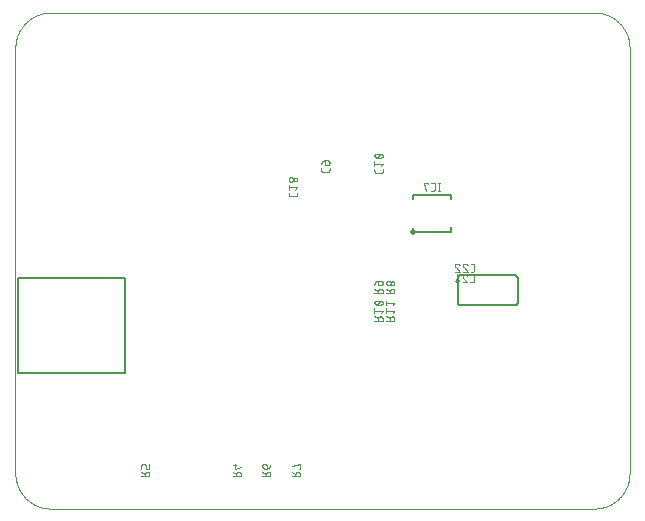
<source format=gbo>
G04 EAGLE Gerber RS-274X export*
G75*
%MOMM*%
%FSLAX35Y35*%
%LPD*%
%INsilk_bottom*%
%IPPOS*%
%AMOC8*
5,1,8,0,0,1.08239X$1,22.5*%
G01*
%ADD10C,0.000000*%
%ADD11C,0.050800*%
%ADD12C,0.250000*%
%ADD13C,0.127000*%
%ADD14C,0.152400*%


D10*
X0Y3900000D02*
X0Y300000D01*
X88Y292751D01*
X350Y285506D01*
X788Y278270D01*
X1401Y271046D01*
X2187Y263839D01*
X3148Y256653D01*
X4282Y249493D01*
X5589Y242362D01*
X7068Y235265D01*
X8717Y228205D01*
X10537Y221188D01*
X12526Y214216D01*
X14683Y207295D01*
X17006Y200428D01*
X19495Y193619D01*
X22148Y186872D01*
X24962Y180191D01*
X27938Y173580D01*
X31072Y167043D01*
X34363Y160583D01*
X37810Y154205D01*
X41409Y147912D01*
X45160Y141708D01*
X49059Y135596D01*
X53105Y129581D01*
X57295Y123664D01*
X61627Y117851D01*
X66098Y112144D01*
X70705Y106547D01*
X75447Y101063D01*
X80319Y95695D01*
X85320Y90447D01*
X90447Y85320D01*
X95695Y80319D01*
X101063Y75447D01*
X106547Y70705D01*
X112144Y66098D01*
X117851Y61627D01*
X123664Y57295D01*
X129581Y53105D01*
X135596Y49059D01*
X141708Y45160D01*
X147912Y41409D01*
X154205Y37810D01*
X160583Y34363D01*
X167043Y31072D01*
X173580Y27938D01*
X180191Y24962D01*
X186872Y22148D01*
X193619Y19495D01*
X200428Y17006D01*
X207295Y14683D01*
X214216Y12526D01*
X221188Y10537D01*
X228205Y8717D01*
X235265Y7068D01*
X242362Y5589D01*
X249493Y4282D01*
X256653Y3148D01*
X263839Y2187D01*
X271046Y1401D01*
X278270Y788D01*
X285506Y350D01*
X292751Y88D01*
X300000Y0D01*
X4900000Y0D01*
X4907249Y88D01*
X4914494Y350D01*
X4921730Y788D01*
X4928954Y1401D01*
X4936161Y2187D01*
X4943347Y3148D01*
X4950507Y4282D01*
X4957638Y5589D01*
X4964735Y7068D01*
X4971795Y8717D01*
X4978812Y10537D01*
X4985784Y12526D01*
X4992705Y14683D01*
X4999572Y17006D01*
X5006381Y19495D01*
X5013128Y22148D01*
X5019809Y24962D01*
X5026420Y27938D01*
X5032957Y31072D01*
X5039417Y34363D01*
X5045795Y37810D01*
X5052088Y41409D01*
X5058292Y45160D01*
X5064404Y49059D01*
X5070419Y53105D01*
X5076336Y57295D01*
X5082149Y61627D01*
X5087856Y66098D01*
X5093453Y70705D01*
X5098937Y75447D01*
X5104305Y80319D01*
X5109553Y85320D01*
X5114680Y90447D01*
X5119681Y95695D01*
X5124553Y101063D01*
X5129295Y106547D01*
X5133902Y112144D01*
X5138373Y117851D01*
X5142705Y123664D01*
X5146895Y129581D01*
X5150941Y135596D01*
X5154840Y141708D01*
X5158591Y147912D01*
X5162190Y154205D01*
X5165637Y160583D01*
X5168928Y167043D01*
X5172062Y173580D01*
X5175038Y180191D01*
X5177852Y186872D01*
X5180505Y193619D01*
X5182994Y200428D01*
X5185317Y207295D01*
X5187474Y214216D01*
X5189463Y221188D01*
X5191283Y228205D01*
X5192932Y235265D01*
X5194411Y242362D01*
X5195718Y249493D01*
X5196852Y256653D01*
X5197813Y263839D01*
X5198599Y271046D01*
X5199212Y278270D01*
X5199650Y285506D01*
X5199912Y292751D01*
X5200000Y300000D01*
X5200000Y3900000D01*
X5199912Y3907249D01*
X5199650Y3914494D01*
X5199212Y3921730D01*
X5198599Y3928954D01*
X5197813Y3936161D01*
X5196852Y3943347D01*
X5195718Y3950507D01*
X5194411Y3957638D01*
X5192932Y3964735D01*
X5191283Y3971795D01*
X5189463Y3978812D01*
X5187474Y3985784D01*
X5185317Y3992705D01*
X5182994Y3999572D01*
X5180505Y4006381D01*
X5177852Y4013128D01*
X5175038Y4019809D01*
X5172062Y4026420D01*
X5168928Y4032957D01*
X5165637Y4039417D01*
X5162190Y4045795D01*
X5158591Y4052088D01*
X5154840Y4058292D01*
X5150941Y4064404D01*
X5146895Y4070419D01*
X5142705Y4076336D01*
X5138373Y4082149D01*
X5133902Y4087856D01*
X5129295Y4093453D01*
X5124553Y4098937D01*
X5119681Y4104305D01*
X5114680Y4109553D01*
X5109553Y4114680D01*
X5104305Y4119681D01*
X5098937Y4124553D01*
X5093453Y4129295D01*
X5087856Y4133902D01*
X5082149Y4138373D01*
X5076336Y4142705D01*
X5070419Y4146895D01*
X5064404Y4150941D01*
X5058292Y4154840D01*
X5052088Y4158591D01*
X5045795Y4162190D01*
X5039417Y4165637D01*
X5032957Y4168928D01*
X5026420Y4172062D01*
X5019809Y4175038D01*
X5013128Y4177852D01*
X5006381Y4180505D01*
X4999572Y4182994D01*
X4992705Y4185317D01*
X4985784Y4187474D01*
X4978812Y4189463D01*
X4971795Y4191283D01*
X4964735Y4192932D01*
X4957638Y4194411D01*
X4950507Y4195718D01*
X4943347Y4196852D01*
X4936161Y4197813D01*
X4928954Y4198599D01*
X4921730Y4199212D01*
X4914494Y4199650D01*
X4907249Y4199912D01*
X4900000Y4200000D01*
X300000Y4200000D01*
X292751Y4199912D01*
X285506Y4199650D01*
X278270Y4199212D01*
X271046Y4198599D01*
X263839Y4197813D01*
X256653Y4196852D01*
X249493Y4195718D01*
X242362Y4194411D01*
X235265Y4192932D01*
X228205Y4191283D01*
X221188Y4189463D01*
X214216Y4187474D01*
X207295Y4185317D01*
X200428Y4182994D01*
X193619Y4180505D01*
X186872Y4177852D01*
X180191Y4175038D01*
X173580Y4172062D01*
X167043Y4168928D01*
X160583Y4165637D01*
X154205Y4162190D01*
X147912Y4158591D01*
X141708Y4154840D01*
X135596Y4150941D01*
X129581Y4146895D01*
X123664Y4142705D01*
X117851Y4138373D01*
X112144Y4133902D01*
X106547Y4129295D01*
X101063Y4124553D01*
X95695Y4119681D01*
X90447Y4114680D01*
X85320Y4109553D01*
X80319Y4104305D01*
X75447Y4098937D01*
X70705Y4093453D01*
X66098Y4087856D01*
X61627Y4082149D01*
X57295Y4076336D01*
X53105Y4070419D01*
X49059Y4064404D01*
X45160Y4058292D01*
X41409Y4052088D01*
X37810Y4045795D01*
X34363Y4039417D01*
X31072Y4032957D01*
X27938Y4026420D01*
X24962Y4019809D01*
X22148Y4013128D01*
X19495Y4006381D01*
X17006Y3999572D01*
X14683Y3992705D01*
X12526Y3985784D01*
X10537Y3978812D01*
X8717Y3971795D01*
X7068Y3964735D01*
X5589Y3957638D01*
X4282Y3950507D01*
X3148Y3943347D01*
X2187Y3936161D01*
X1401Y3928954D01*
X788Y3921730D01*
X350Y3914494D01*
X88Y3907249D01*
X0Y3900000D01*
D11*
X2590040Y2883438D02*
X2590040Y2867900D01*
X2590045Y2867525D01*
X2590058Y2867149D01*
X2590081Y2866775D01*
X2590113Y2866400D01*
X2590153Y2866027D01*
X2590203Y2865655D01*
X2590262Y2865284D01*
X2590329Y2864915D01*
X2590406Y2864547D01*
X2590492Y2864182D01*
X2590586Y2863818D01*
X2590689Y2863457D01*
X2590800Y2863098D01*
X2590921Y2862743D01*
X2591050Y2862390D01*
X2591187Y2862041D01*
X2591333Y2861695D01*
X2591487Y2861352D01*
X2591649Y2861014D01*
X2591820Y2860679D01*
X2591998Y2860349D01*
X2592185Y2860023D01*
X2592379Y2859702D01*
X2592581Y2859385D01*
X2592790Y2859073D01*
X2593007Y2858767D01*
X2593232Y2858466D01*
X2593463Y2858170D01*
X2593702Y2857880D01*
X2593948Y2857596D01*
X2594200Y2857318D01*
X2594459Y2857047D01*
X2594725Y2856781D01*
X2594996Y2856522D01*
X2595274Y2856270D01*
X2595558Y2856024D01*
X2595848Y2855785D01*
X2596144Y2855554D01*
X2596445Y2855329D01*
X2596751Y2855112D01*
X2597063Y2854903D01*
X2597380Y2854701D01*
X2597701Y2854507D01*
X2598027Y2854320D01*
X2598357Y2854142D01*
X2598692Y2853971D01*
X2599030Y2853809D01*
X2599373Y2853655D01*
X2599719Y2853509D01*
X2600068Y2853372D01*
X2600421Y2853243D01*
X2600776Y2853122D01*
X2601135Y2853011D01*
X2601496Y2852908D01*
X2601860Y2852814D01*
X2602225Y2852728D01*
X2602593Y2852651D01*
X2602962Y2852584D01*
X2603333Y2852525D01*
X2603705Y2852475D01*
X2604078Y2852435D01*
X2604453Y2852403D01*
X2604827Y2852380D01*
X2605203Y2852367D01*
X2605578Y2852362D01*
X2605578Y2852363D02*
X2644422Y2852363D01*
X2644422Y2852362D02*
X2644803Y2852367D01*
X2645184Y2852381D01*
X2645565Y2852404D01*
X2645945Y2852437D01*
X2646324Y2852479D01*
X2646702Y2852530D01*
X2647078Y2852591D01*
X2647453Y2852661D01*
X2647826Y2852740D01*
X2648197Y2852828D01*
X2648566Y2852925D01*
X2648932Y2853031D01*
X2649296Y2853146D01*
X2649657Y2853270D01*
X2650014Y2853403D01*
X2650368Y2853545D01*
X2650719Y2853695D01*
X2651065Y2853854D01*
X2651408Y2854021D01*
X2651746Y2854197D01*
X2652081Y2854381D01*
X2652410Y2854573D01*
X2652735Y2854773D01*
X2653054Y2854981D01*
X2653369Y2855196D01*
X2653678Y2855420D01*
X2653981Y2855651D01*
X2654279Y2855889D01*
X2654571Y2856134D01*
X2654857Y2856387D01*
X2655136Y2856647D01*
X2655409Y2856913D01*
X2655675Y2857186D01*
X2655935Y2857465D01*
X2656187Y2857751D01*
X2656433Y2858043D01*
X2656671Y2858340D01*
X2656902Y2858644D01*
X2657126Y2858953D01*
X2657341Y2859267D01*
X2657549Y2859587D01*
X2657749Y2859912D01*
X2657941Y2860241D01*
X2658125Y2860575D01*
X2658301Y2860914D01*
X2658468Y2861256D01*
X2658627Y2861603D01*
X2658777Y2861954D01*
X2658919Y2862308D01*
X2659052Y2862665D01*
X2659176Y2863026D01*
X2659291Y2863389D01*
X2659397Y2863756D01*
X2659494Y2864124D01*
X2659582Y2864495D01*
X2659661Y2864868D01*
X2659731Y2865243D01*
X2659792Y2865620D01*
X2659843Y2865998D01*
X2659885Y2866377D01*
X2659918Y2866757D01*
X2659941Y2867137D01*
X2659955Y2867518D01*
X2659960Y2867900D01*
X2659960Y2883438D01*
X2621115Y2924331D02*
X2621115Y2947638D01*
X2621115Y2924331D02*
X2621120Y2923956D01*
X2621133Y2923580D01*
X2621156Y2923205D01*
X2621188Y2922831D01*
X2621228Y2922458D01*
X2621278Y2922086D01*
X2621337Y2921715D01*
X2621404Y2921346D01*
X2621481Y2920978D01*
X2621567Y2920612D01*
X2621661Y2920249D01*
X2621764Y2919888D01*
X2621876Y2919529D01*
X2621996Y2919174D01*
X2622125Y2918821D01*
X2622262Y2918472D01*
X2622408Y2918126D01*
X2622562Y2917783D01*
X2622724Y2917445D01*
X2622895Y2917110D01*
X2623073Y2916780D01*
X2623260Y2916454D01*
X2623454Y2916132D01*
X2623656Y2915816D01*
X2623866Y2915504D01*
X2624083Y2915198D01*
X2624307Y2914897D01*
X2624539Y2914601D01*
X2624777Y2914311D01*
X2625023Y2914027D01*
X2625275Y2913749D01*
X2625534Y2913477D01*
X2625800Y2913212D01*
X2626071Y2912953D01*
X2626350Y2912701D01*
X2626634Y2912455D01*
X2626923Y2912216D01*
X2627219Y2911985D01*
X2627520Y2911760D01*
X2627827Y2911543D01*
X2628138Y2911334D01*
X2628455Y2911132D01*
X2628776Y2910938D01*
X2629102Y2910751D01*
X2629432Y2910573D01*
X2629767Y2910402D01*
X2630105Y2910240D01*
X2630448Y2910086D01*
X2630794Y2909940D01*
X2631143Y2909803D01*
X2631496Y2909674D01*
X2631852Y2909553D01*
X2632210Y2909442D01*
X2632571Y2909339D01*
X2632935Y2909244D01*
X2633300Y2909159D01*
X2633668Y2909082D01*
X2634037Y2909015D01*
X2634408Y2908956D01*
X2634780Y2908906D01*
X2635154Y2908866D01*
X2635528Y2908834D01*
X2635903Y2908811D01*
X2636278Y2908798D01*
X2636653Y2908793D01*
X2640538Y2908793D01*
X2640538Y2908794D02*
X2641011Y2908800D01*
X2641484Y2908817D01*
X2641956Y2908846D01*
X2642427Y2908886D01*
X2642897Y2908938D01*
X2643366Y2909001D01*
X2643833Y2909076D01*
X2644298Y2909161D01*
X2644761Y2909259D01*
X2645221Y2909367D01*
X2645679Y2909487D01*
X2646133Y2909617D01*
X2646585Y2909759D01*
X2647032Y2909912D01*
X2647476Y2910076D01*
X2647916Y2910250D01*
X2648351Y2910435D01*
X2648782Y2910630D01*
X2649208Y2910836D01*
X2649628Y2911053D01*
X2650043Y2911279D01*
X2650453Y2911516D01*
X2650857Y2911762D01*
X2651254Y2912018D01*
X2651646Y2912284D01*
X2652030Y2912559D01*
X2652408Y2912844D01*
X2652779Y2913137D01*
X2653143Y2913440D01*
X2653499Y2913751D01*
X2653847Y2914071D01*
X2654188Y2914399D01*
X2654520Y2914736D01*
X2654844Y2915080D01*
X2655160Y2915432D01*
X2655467Y2915792D01*
X2655765Y2916159D01*
X2656054Y2916534D01*
X2656334Y2916915D01*
X2656604Y2917303D01*
X2656865Y2917698D01*
X2657116Y2918098D01*
X2657358Y2918505D01*
X2657589Y2918917D01*
X2657811Y2919335D01*
X2658022Y2919759D01*
X2658223Y2920187D01*
X2658413Y2920620D01*
X2658593Y2921057D01*
X2658762Y2921499D01*
X2658920Y2921945D01*
X2659067Y2922394D01*
X2659203Y2922847D01*
X2659328Y2923304D01*
X2659443Y2923763D01*
X2659545Y2924224D01*
X2659637Y2924688D01*
X2659717Y2925154D01*
X2659786Y2925622D01*
X2659843Y2926092D01*
X2659889Y2926563D01*
X2659924Y2927034D01*
X2659947Y2927507D01*
X2659959Y2927980D01*
X2659959Y2928452D01*
X2659947Y2928925D01*
X2659924Y2929398D01*
X2659889Y2929869D01*
X2659843Y2930340D01*
X2659786Y2930810D01*
X2659717Y2931278D01*
X2659637Y2931744D01*
X2659545Y2932208D01*
X2659443Y2932669D01*
X2659328Y2933128D01*
X2659203Y2933585D01*
X2659067Y2934038D01*
X2658920Y2934487D01*
X2658762Y2934933D01*
X2658593Y2935375D01*
X2658413Y2935812D01*
X2658223Y2936245D01*
X2658022Y2936673D01*
X2657811Y2937097D01*
X2657589Y2937515D01*
X2657358Y2937927D01*
X2657116Y2938334D01*
X2656865Y2938734D01*
X2656604Y2939129D01*
X2656334Y2939517D01*
X2656054Y2939898D01*
X2655765Y2940273D01*
X2655467Y2940640D01*
X2655160Y2941000D01*
X2654844Y2941352D01*
X2654520Y2941696D01*
X2654188Y2942033D01*
X2653847Y2942361D01*
X2653499Y2942681D01*
X2653143Y2942992D01*
X2652779Y2943295D01*
X2652408Y2943588D01*
X2652030Y2943873D01*
X2651646Y2944148D01*
X2651254Y2944414D01*
X2650857Y2944670D01*
X2650453Y2944916D01*
X2650043Y2945153D01*
X2649628Y2945379D01*
X2649208Y2945596D01*
X2648782Y2945802D01*
X2648351Y2945997D01*
X2647916Y2946182D01*
X2647476Y2946356D01*
X2647032Y2946520D01*
X2646585Y2946673D01*
X2646133Y2946815D01*
X2645679Y2946945D01*
X2645221Y2947065D01*
X2644761Y2947173D01*
X2644298Y2947271D01*
X2643833Y2947356D01*
X2643366Y2947431D01*
X2642897Y2947494D01*
X2642427Y2947546D01*
X2641956Y2947586D01*
X2641484Y2947615D01*
X2641011Y2947632D01*
X2640538Y2947638D01*
X2621115Y2947638D01*
X2620364Y2947629D01*
X2619614Y2947602D01*
X2618864Y2947556D01*
X2618116Y2947493D01*
X2617369Y2947411D01*
X2616625Y2947312D01*
X2615883Y2947194D01*
X2615144Y2947059D01*
X2614409Y2946906D01*
X2613678Y2946735D01*
X2612951Y2946546D01*
X2612229Y2946340D01*
X2611512Y2946117D01*
X2610801Y2945876D01*
X2610095Y2945619D01*
X2609396Y2945344D01*
X2608704Y2945052D01*
X2608020Y2944744D01*
X2607342Y2944419D01*
X2606673Y2944078D01*
X2606013Y2943721D01*
X2605361Y2943349D01*
X2604718Y2942960D01*
X2604085Y2942556D01*
X2603462Y2942137D01*
X2602849Y2941703D01*
X2602247Y2941254D01*
X2601656Y2940791D01*
X2601076Y2940314D01*
X2600508Y2939823D01*
X2599952Y2939318D01*
X2599408Y2938800D01*
X2598877Y2938269D01*
X2598359Y2937725D01*
X2597854Y2937169D01*
X2597363Y2936601D01*
X2596886Y2936021D01*
X2596423Y2935430D01*
X2595974Y2934828D01*
X2595540Y2934215D01*
X2595121Y2933592D01*
X2594717Y2932959D01*
X2594328Y2932316D01*
X2593956Y2931664D01*
X2593599Y2931004D01*
X2593258Y2930335D01*
X2592933Y2929657D01*
X2592625Y2928973D01*
X2592333Y2928281D01*
X2592058Y2927582D01*
X2591801Y2926876D01*
X2591560Y2926165D01*
X2591337Y2925448D01*
X2591131Y2924726D01*
X2590942Y2923999D01*
X2590771Y2923268D01*
X2590618Y2922533D01*
X2590483Y2921794D01*
X2590365Y2921052D01*
X2590266Y2920308D01*
X2590184Y2919561D01*
X2590121Y2918813D01*
X2590075Y2918063D01*
X2590048Y2917313D01*
X2590039Y2916562D01*
X3140040Y1588279D02*
X3209960Y1588279D01*
X3209960Y1607701D01*
X3209961Y1607701D02*
X3209955Y1608174D01*
X3209938Y1608647D01*
X3209909Y1609119D01*
X3209869Y1609590D01*
X3209817Y1610060D01*
X3209754Y1610529D01*
X3209679Y1610996D01*
X3209594Y1611461D01*
X3209496Y1611924D01*
X3209388Y1612385D01*
X3209268Y1612842D01*
X3209137Y1613297D01*
X3208996Y1613748D01*
X3208843Y1614196D01*
X3208679Y1614639D01*
X3208505Y1615079D01*
X3208320Y1615515D01*
X3208125Y1615945D01*
X3207919Y1616371D01*
X3207702Y1616792D01*
X3207476Y1617207D01*
X3207239Y1617617D01*
X3206993Y1618020D01*
X3206737Y1618418D01*
X3206471Y1618809D01*
X3206196Y1619194D01*
X3205911Y1619572D01*
X3205618Y1619943D01*
X3205315Y1620306D01*
X3205004Y1620662D01*
X3204684Y1621011D01*
X3204355Y1621351D01*
X3204019Y1621684D01*
X3203675Y1622008D01*
X3203322Y1622323D01*
X3202962Y1622630D01*
X3202595Y1622929D01*
X3202221Y1623218D01*
X3201839Y1623498D01*
X3201451Y1623768D01*
X3201057Y1624029D01*
X3200656Y1624280D01*
X3200250Y1624522D01*
X3199837Y1624753D01*
X3199419Y1624975D01*
X3198996Y1625186D01*
X3198567Y1625387D01*
X3198134Y1625577D01*
X3197697Y1625757D01*
X3197255Y1625926D01*
X3196809Y1626084D01*
X3196360Y1626231D01*
X3195907Y1626367D01*
X3195451Y1626492D01*
X3194992Y1626606D01*
X3194530Y1626709D01*
X3194066Y1626801D01*
X3193600Y1626881D01*
X3193132Y1626950D01*
X3192662Y1627007D01*
X3192192Y1627053D01*
X3191720Y1627088D01*
X3191247Y1627111D01*
X3190775Y1627123D01*
X3190301Y1627123D01*
X3189829Y1627111D01*
X3189356Y1627088D01*
X3188884Y1627053D01*
X3188414Y1627007D01*
X3187944Y1626950D01*
X3187476Y1626881D01*
X3187010Y1626801D01*
X3186546Y1626709D01*
X3186084Y1626606D01*
X3185625Y1626492D01*
X3185169Y1626367D01*
X3184716Y1626231D01*
X3184267Y1626084D01*
X3183821Y1625926D01*
X3183379Y1625757D01*
X3182942Y1625577D01*
X3182509Y1625387D01*
X3182080Y1625186D01*
X3181657Y1624975D01*
X3181239Y1624753D01*
X3180827Y1624522D01*
X3180420Y1624280D01*
X3180019Y1624029D01*
X3179625Y1623768D01*
X3179237Y1623498D01*
X3178855Y1623218D01*
X3178481Y1622929D01*
X3178114Y1622630D01*
X3177754Y1622323D01*
X3177401Y1622008D01*
X3177057Y1621684D01*
X3176721Y1621351D01*
X3176392Y1621011D01*
X3176072Y1620662D01*
X3175761Y1620306D01*
X3175458Y1619943D01*
X3175165Y1619572D01*
X3174880Y1619194D01*
X3174605Y1618809D01*
X3174339Y1618418D01*
X3174083Y1618020D01*
X3173837Y1617617D01*
X3173600Y1617207D01*
X3173374Y1616792D01*
X3173157Y1616371D01*
X3172951Y1615945D01*
X3172756Y1615515D01*
X3172571Y1615079D01*
X3172397Y1614639D01*
X3172233Y1614196D01*
X3172080Y1613748D01*
X3171939Y1613297D01*
X3171808Y1612842D01*
X3171688Y1612385D01*
X3171580Y1611924D01*
X3171482Y1611461D01*
X3171397Y1610996D01*
X3171322Y1610529D01*
X3171259Y1610060D01*
X3171207Y1609590D01*
X3171167Y1609119D01*
X3171138Y1608647D01*
X3171121Y1608174D01*
X3171115Y1607701D01*
X3171115Y1588279D01*
X3171115Y1611585D02*
X3140040Y1627123D01*
X3194422Y1655377D02*
X3209960Y1674799D01*
X3140040Y1674799D01*
X3140040Y1655377D02*
X3140040Y1694222D01*
X3194422Y1722877D02*
X3209960Y1742299D01*
X3140040Y1742299D01*
X3140040Y1722877D02*
X3140040Y1761722D01*
X3109960Y1588278D02*
X3040040Y1588278D01*
X3109960Y1588278D02*
X3109960Y1607701D01*
X3109961Y1607701D02*
X3109955Y1608174D01*
X3109938Y1608647D01*
X3109909Y1609119D01*
X3109869Y1609590D01*
X3109817Y1610060D01*
X3109754Y1610529D01*
X3109679Y1610996D01*
X3109594Y1611461D01*
X3109496Y1611924D01*
X3109388Y1612385D01*
X3109268Y1612842D01*
X3109137Y1613297D01*
X3108996Y1613748D01*
X3108843Y1614196D01*
X3108679Y1614639D01*
X3108505Y1615079D01*
X3108320Y1615515D01*
X3108125Y1615945D01*
X3107919Y1616371D01*
X3107702Y1616792D01*
X3107476Y1617207D01*
X3107239Y1617617D01*
X3106993Y1618020D01*
X3106737Y1618418D01*
X3106471Y1618809D01*
X3106196Y1619194D01*
X3105911Y1619572D01*
X3105618Y1619943D01*
X3105315Y1620306D01*
X3105004Y1620662D01*
X3104684Y1621011D01*
X3104355Y1621351D01*
X3104019Y1621684D01*
X3103675Y1622008D01*
X3103322Y1622323D01*
X3102962Y1622630D01*
X3102595Y1622929D01*
X3102221Y1623218D01*
X3101839Y1623498D01*
X3101451Y1623768D01*
X3101057Y1624029D01*
X3100656Y1624280D01*
X3100250Y1624522D01*
X3099837Y1624753D01*
X3099419Y1624975D01*
X3098996Y1625186D01*
X3098567Y1625387D01*
X3098134Y1625577D01*
X3097697Y1625757D01*
X3097255Y1625926D01*
X3096809Y1626084D01*
X3096360Y1626231D01*
X3095907Y1626367D01*
X3095451Y1626492D01*
X3094992Y1626606D01*
X3094530Y1626709D01*
X3094066Y1626801D01*
X3093600Y1626881D01*
X3093132Y1626950D01*
X3092662Y1627007D01*
X3092192Y1627053D01*
X3091720Y1627088D01*
X3091247Y1627111D01*
X3090775Y1627123D01*
X3090301Y1627123D01*
X3089829Y1627111D01*
X3089356Y1627088D01*
X3088884Y1627053D01*
X3088414Y1627007D01*
X3087944Y1626950D01*
X3087476Y1626881D01*
X3087010Y1626801D01*
X3086546Y1626709D01*
X3086084Y1626606D01*
X3085625Y1626492D01*
X3085169Y1626367D01*
X3084716Y1626231D01*
X3084267Y1626084D01*
X3083821Y1625926D01*
X3083379Y1625757D01*
X3082942Y1625577D01*
X3082509Y1625387D01*
X3082080Y1625186D01*
X3081657Y1624975D01*
X3081239Y1624753D01*
X3080827Y1624522D01*
X3080420Y1624280D01*
X3080019Y1624029D01*
X3079625Y1623768D01*
X3079237Y1623498D01*
X3078855Y1623218D01*
X3078481Y1622929D01*
X3078114Y1622630D01*
X3077754Y1622323D01*
X3077401Y1622008D01*
X3077057Y1621684D01*
X3076721Y1621351D01*
X3076392Y1621011D01*
X3076072Y1620662D01*
X3075761Y1620306D01*
X3075458Y1619943D01*
X3075165Y1619572D01*
X3074880Y1619194D01*
X3074605Y1618809D01*
X3074339Y1618418D01*
X3074083Y1618020D01*
X3073837Y1617617D01*
X3073600Y1617207D01*
X3073374Y1616792D01*
X3073157Y1616371D01*
X3072951Y1615945D01*
X3072756Y1615515D01*
X3072571Y1615079D01*
X3072397Y1614639D01*
X3072233Y1614196D01*
X3072080Y1613748D01*
X3071939Y1613297D01*
X3071808Y1612842D01*
X3071688Y1612385D01*
X3071580Y1611924D01*
X3071482Y1611461D01*
X3071397Y1610996D01*
X3071322Y1610529D01*
X3071259Y1610060D01*
X3071207Y1609590D01*
X3071167Y1609119D01*
X3071138Y1608647D01*
X3071121Y1608174D01*
X3071115Y1607701D01*
X3071115Y1588278D01*
X3071115Y1611585D02*
X3040040Y1627123D01*
X3094422Y1655377D02*
X3109960Y1674799D01*
X3040040Y1674799D01*
X3040040Y1655377D02*
X3040040Y1694221D01*
X3075000Y1722877D02*
X3076375Y1722893D01*
X3077750Y1722943D01*
X3079123Y1723025D01*
X3080494Y1723140D01*
X3081861Y1723287D01*
X3083225Y1723467D01*
X3084584Y1723680D01*
X3085938Y1723925D01*
X3087285Y1724202D01*
X3088625Y1724511D01*
X3089958Y1724852D01*
X3091282Y1725225D01*
X3092597Y1725630D01*
X3093901Y1726065D01*
X3095195Y1726532D01*
X3096478Y1727030D01*
X3097748Y1727557D01*
X3099005Y1728116D01*
X3100249Y1728704D01*
X3100249Y1728703D02*
X3100579Y1728820D01*
X3100905Y1728946D01*
X3101228Y1729079D01*
X3101548Y1729220D01*
X3101864Y1729369D01*
X3102177Y1729525D01*
X3102486Y1729689D01*
X3102790Y1729861D01*
X3103091Y1730040D01*
X3103387Y1730226D01*
X3103678Y1730419D01*
X3103965Y1730619D01*
X3104246Y1730826D01*
X3104523Y1731040D01*
X3104794Y1731261D01*
X3105060Y1731488D01*
X3105320Y1731722D01*
X3105574Y1731962D01*
X3105823Y1732208D01*
X3106065Y1732459D01*
X3106301Y1732717D01*
X3106531Y1732981D01*
X3106754Y1733249D01*
X3106971Y1733524D01*
X3107181Y1733803D01*
X3107384Y1734088D01*
X3107581Y1734377D01*
X3107770Y1734671D01*
X3107952Y1734970D01*
X3108126Y1735272D01*
X3108294Y1735579D01*
X3108453Y1735890D01*
X3108605Y1736205D01*
X3108750Y1736524D01*
X3108886Y1736845D01*
X3109015Y1737171D01*
X3109136Y1737499D01*
X3109248Y1737830D01*
X3109353Y1738163D01*
X3109450Y1738499D01*
X3109538Y1738837D01*
X3109618Y1739178D01*
X3109690Y1739520D01*
X3109753Y1739864D01*
X3109808Y1740209D01*
X3109855Y1740555D01*
X3109893Y1740903D01*
X3109923Y1741251D01*
X3109944Y1741600D01*
X3109957Y1741949D01*
X3109961Y1742299D01*
X3109960Y1742299D02*
X3109956Y1742649D01*
X3109943Y1742998D01*
X3109922Y1743347D01*
X3109892Y1743695D01*
X3109854Y1744043D01*
X3109807Y1744389D01*
X3109752Y1744734D01*
X3109689Y1745078D01*
X3109617Y1745420D01*
X3109537Y1745761D01*
X3109449Y1746099D01*
X3109352Y1746435D01*
X3109247Y1746768D01*
X3109135Y1747099D01*
X3109014Y1747427D01*
X3108885Y1747752D01*
X3108749Y1748074D01*
X3108604Y1748392D01*
X3108452Y1748707D01*
X3108293Y1749018D01*
X3108125Y1749325D01*
X3107951Y1749628D01*
X3107769Y1749927D01*
X3107580Y1750221D01*
X3107384Y1750510D01*
X3107180Y1750794D01*
X3106970Y1751074D01*
X3106754Y1751348D01*
X3106530Y1751617D01*
X3106300Y1751880D01*
X3106064Y1752138D01*
X3105822Y1752390D01*
X3105573Y1752636D01*
X3105319Y1752876D01*
X3105059Y1753109D01*
X3104793Y1753336D01*
X3104522Y1753557D01*
X3104245Y1753771D01*
X3103964Y1753978D01*
X3103677Y1754178D01*
X3103386Y1754372D01*
X3103090Y1754558D01*
X3102790Y1754737D01*
X3102485Y1754908D01*
X3102176Y1755072D01*
X3101864Y1755228D01*
X3101547Y1755377D01*
X3101227Y1755518D01*
X3100904Y1755652D01*
X3100578Y1755777D01*
X3100249Y1755894D01*
X3099005Y1756482D01*
X3097748Y1757040D01*
X3096478Y1757568D01*
X3095195Y1758066D01*
X3093901Y1758532D01*
X3092597Y1758968D01*
X3091282Y1759373D01*
X3089958Y1759746D01*
X3088625Y1760087D01*
X3087285Y1760396D01*
X3085938Y1760673D01*
X3084584Y1760918D01*
X3083225Y1761131D01*
X3081862Y1761311D01*
X3080494Y1761458D01*
X3079123Y1761573D01*
X3077750Y1761655D01*
X3076375Y1761705D01*
X3075000Y1761721D01*
X3075000Y1722876D02*
X3073625Y1722892D01*
X3072250Y1722942D01*
X3070877Y1723024D01*
X3069506Y1723139D01*
X3068138Y1723286D01*
X3066775Y1723466D01*
X3065416Y1723679D01*
X3064062Y1723924D01*
X3062715Y1724201D01*
X3061374Y1724510D01*
X3060042Y1724851D01*
X3058718Y1725224D01*
X3057403Y1725629D01*
X3056098Y1726064D01*
X3054804Y1726531D01*
X3053522Y1727029D01*
X3052252Y1727556D01*
X3050994Y1728115D01*
X3049751Y1728703D01*
X3049422Y1728820D01*
X3049096Y1728946D01*
X3048772Y1729079D01*
X3048453Y1729220D01*
X3048136Y1729369D01*
X3047824Y1729525D01*
X3047515Y1729689D01*
X3047210Y1729861D01*
X3046910Y1730040D01*
X3046614Y1730226D01*
X3046323Y1730419D01*
X3046036Y1730619D01*
X3045755Y1730827D01*
X3045478Y1731041D01*
X3045207Y1731261D01*
X3044941Y1731488D01*
X3044681Y1731722D01*
X3044427Y1731962D01*
X3044178Y1732208D01*
X3043936Y1732460D01*
X3043700Y1732717D01*
X3043470Y1732981D01*
X3043246Y1733250D01*
X3043030Y1733524D01*
X3042820Y1733803D01*
X3042616Y1734088D01*
X3042420Y1734377D01*
X3042231Y1734671D01*
X3042049Y1734970D01*
X3041875Y1735273D01*
X3041707Y1735580D01*
X3041548Y1735891D01*
X3041396Y1736205D01*
X3041251Y1736524D01*
X3041115Y1736846D01*
X3040986Y1737171D01*
X3040865Y1737499D01*
X3040753Y1737830D01*
X3040648Y1738163D01*
X3040551Y1738499D01*
X3040463Y1738837D01*
X3040383Y1739178D01*
X3040311Y1739520D01*
X3040248Y1739864D01*
X3040193Y1740209D01*
X3040146Y1740555D01*
X3040108Y1740903D01*
X3040078Y1741251D01*
X3040057Y1741600D01*
X3040044Y1741949D01*
X3040040Y1742299D01*
X3049751Y1755895D02*
X3050994Y1756483D01*
X3052252Y1757041D01*
X3053522Y1757569D01*
X3054804Y1758067D01*
X3056098Y1758533D01*
X3057403Y1758969D01*
X3058718Y1759374D01*
X3060042Y1759747D01*
X3061374Y1760088D01*
X3062715Y1760397D01*
X3064062Y1760674D01*
X3065416Y1760919D01*
X3066775Y1761132D01*
X3068138Y1761312D01*
X3069506Y1761459D01*
X3070877Y1761574D01*
X3072250Y1761656D01*
X3073625Y1761706D01*
X3075000Y1761722D01*
X3049751Y1755894D02*
X3049422Y1755777D01*
X3049095Y1755651D01*
X3048772Y1755518D01*
X3048452Y1755377D01*
X3048136Y1755228D01*
X3047824Y1755072D01*
X3047515Y1754908D01*
X3047210Y1754736D01*
X3046910Y1754558D01*
X3046614Y1754371D01*
X3046323Y1754178D01*
X3046036Y1753978D01*
X3045755Y1753771D01*
X3045478Y1753557D01*
X3045207Y1753336D01*
X3044941Y1753109D01*
X3044681Y1752876D01*
X3044427Y1752636D01*
X3044178Y1752390D01*
X3043936Y1752138D01*
X3043700Y1751880D01*
X3043470Y1751617D01*
X3043246Y1751348D01*
X3043030Y1751074D01*
X3042820Y1750794D01*
X3042616Y1750510D01*
X3042420Y1750221D01*
X3042231Y1749927D01*
X3042049Y1749628D01*
X3041875Y1749325D01*
X3041707Y1749018D01*
X3041548Y1748707D01*
X3041396Y1748392D01*
X3041251Y1748074D01*
X3041115Y1747752D01*
X3040986Y1747427D01*
X3040865Y1747099D01*
X3040753Y1746768D01*
X3040648Y1746435D01*
X3040551Y1746099D01*
X3040463Y1745760D01*
X3040383Y1745420D01*
X3040311Y1745078D01*
X3040248Y1744734D01*
X3040193Y1744389D01*
X3040146Y1744043D01*
X3040108Y1743695D01*
X3040078Y1743347D01*
X3040057Y1742998D01*
X3040044Y1742649D01*
X3040040Y1742299D01*
X3055578Y1726761D02*
X3094422Y1757837D01*
X3040040Y2859150D02*
X3040040Y2874688D01*
X3040040Y2859150D02*
X3040045Y2858775D01*
X3040058Y2858399D01*
X3040081Y2858025D01*
X3040113Y2857650D01*
X3040153Y2857277D01*
X3040203Y2856905D01*
X3040262Y2856534D01*
X3040329Y2856165D01*
X3040406Y2855797D01*
X3040492Y2855432D01*
X3040586Y2855068D01*
X3040689Y2854707D01*
X3040800Y2854348D01*
X3040921Y2853993D01*
X3041050Y2853640D01*
X3041187Y2853291D01*
X3041333Y2852945D01*
X3041487Y2852602D01*
X3041649Y2852264D01*
X3041820Y2851929D01*
X3041998Y2851599D01*
X3042185Y2851273D01*
X3042379Y2850952D01*
X3042581Y2850635D01*
X3042790Y2850323D01*
X3043007Y2850017D01*
X3043232Y2849716D01*
X3043463Y2849420D01*
X3043702Y2849130D01*
X3043948Y2848846D01*
X3044200Y2848568D01*
X3044459Y2848297D01*
X3044725Y2848031D01*
X3044996Y2847772D01*
X3045274Y2847520D01*
X3045558Y2847274D01*
X3045848Y2847035D01*
X3046144Y2846804D01*
X3046445Y2846579D01*
X3046751Y2846362D01*
X3047063Y2846153D01*
X3047380Y2845951D01*
X3047701Y2845757D01*
X3048027Y2845570D01*
X3048357Y2845392D01*
X3048692Y2845221D01*
X3049030Y2845059D01*
X3049373Y2844905D01*
X3049719Y2844759D01*
X3050068Y2844622D01*
X3050421Y2844493D01*
X3050776Y2844372D01*
X3051135Y2844261D01*
X3051496Y2844158D01*
X3051860Y2844064D01*
X3052225Y2843978D01*
X3052593Y2843901D01*
X3052962Y2843834D01*
X3053333Y2843775D01*
X3053705Y2843725D01*
X3054078Y2843685D01*
X3054453Y2843653D01*
X3054827Y2843630D01*
X3055203Y2843617D01*
X3055578Y2843612D01*
X3094422Y2843612D01*
X3094803Y2843617D01*
X3095184Y2843631D01*
X3095565Y2843654D01*
X3095945Y2843687D01*
X3096324Y2843729D01*
X3096702Y2843780D01*
X3097078Y2843841D01*
X3097453Y2843911D01*
X3097826Y2843990D01*
X3098197Y2844078D01*
X3098566Y2844175D01*
X3098932Y2844281D01*
X3099296Y2844396D01*
X3099657Y2844520D01*
X3100014Y2844653D01*
X3100368Y2844795D01*
X3100719Y2844945D01*
X3101065Y2845104D01*
X3101408Y2845271D01*
X3101746Y2845447D01*
X3102081Y2845631D01*
X3102410Y2845823D01*
X3102735Y2846023D01*
X3103054Y2846231D01*
X3103369Y2846446D01*
X3103678Y2846670D01*
X3103981Y2846901D01*
X3104279Y2847139D01*
X3104571Y2847384D01*
X3104857Y2847637D01*
X3105136Y2847897D01*
X3105409Y2848163D01*
X3105675Y2848436D01*
X3105935Y2848715D01*
X3106187Y2849001D01*
X3106433Y2849293D01*
X3106671Y2849590D01*
X3106902Y2849894D01*
X3107126Y2850203D01*
X3107341Y2850517D01*
X3107549Y2850837D01*
X3107749Y2851162D01*
X3107941Y2851491D01*
X3108125Y2851825D01*
X3108301Y2852164D01*
X3108468Y2852506D01*
X3108627Y2852853D01*
X3108777Y2853204D01*
X3108919Y2853558D01*
X3109052Y2853915D01*
X3109176Y2854276D01*
X3109291Y2854639D01*
X3109397Y2855006D01*
X3109494Y2855374D01*
X3109582Y2855745D01*
X3109661Y2856118D01*
X3109731Y2856493D01*
X3109792Y2856870D01*
X3109843Y2857248D01*
X3109885Y2857627D01*
X3109918Y2858007D01*
X3109941Y2858387D01*
X3109955Y2858768D01*
X3109960Y2859150D01*
X3109960Y2874688D01*
X3094422Y2900043D02*
X3109960Y2919465D01*
X3040040Y2919465D01*
X3040040Y2900043D02*
X3040040Y2938888D01*
X3075000Y2967544D02*
X3076375Y2967560D01*
X3077750Y2967610D01*
X3079123Y2967692D01*
X3080494Y2967807D01*
X3081861Y2967954D01*
X3083225Y2968134D01*
X3084584Y2968347D01*
X3085938Y2968592D01*
X3087285Y2968869D01*
X3088625Y2969178D01*
X3089958Y2969519D01*
X3091282Y2969892D01*
X3092597Y2970297D01*
X3093901Y2970732D01*
X3095195Y2971199D01*
X3096478Y2971697D01*
X3097748Y2972224D01*
X3099005Y2972783D01*
X3100249Y2973371D01*
X3100249Y2973369D02*
X3100579Y2973486D01*
X3100905Y2973612D01*
X3101228Y2973745D01*
X3101548Y2973886D01*
X3101864Y2974035D01*
X3102177Y2974191D01*
X3102486Y2974355D01*
X3102790Y2974527D01*
X3103091Y2974706D01*
X3103387Y2974892D01*
X3103678Y2975085D01*
X3103965Y2975285D01*
X3104246Y2975492D01*
X3104523Y2975706D01*
X3104794Y2975927D01*
X3105060Y2976154D01*
X3105320Y2976388D01*
X3105574Y2976628D01*
X3105823Y2976874D01*
X3106065Y2977125D01*
X3106301Y2977383D01*
X3106531Y2977647D01*
X3106754Y2977915D01*
X3106971Y2978190D01*
X3107181Y2978469D01*
X3107384Y2978754D01*
X3107581Y2979043D01*
X3107770Y2979337D01*
X3107952Y2979636D01*
X3108126Y2979938D01*
X3108294Y2980245D01*
X3108453Y2980556D01*
X3108605Y2980871D01*
X3108750Y2981190D01*
X3108886Y2981511D01*
X3109015Y2981837D01*
X3109136Y2982165D01*
X3109248Y2982496D01*
X3109353Y2982829D01*
X3109450Y2983165D01*
X3109538Y2983503D01*
X3109618Y2983844D01*
X3109690Y2984186D01*
X3109753Y2984530D01*
X3109808Y2984875D01*
X3109855Y2985221D01*
X3109893Y2985569D01*
X3109923Y2985917D01*
X3109944Y2986266D01*
X3109957Y2986615D01*
X3109961Y2986965D01*
X3109960Y2986965D02*
X3109956Y2987315D01*
X3109943Y2987664D01*
X3109922Y2988013D01*
X3109892Y2988361D01*
X3109854Y2988709D01*
X3109807Y2989055D01*
X3109752Y2989400D01*
X3109689Y2989744D01*
X3109617Y2990086D01*
X3109537Y2990427D01*
X3109449Y2990765D01*
X3109352Y2991101D01*
X3109247Y2991434D01*
X3109135Y2991765D01*
X3109014Y2992093D01*
X3108885Y2992418D01*
X3108749Y2992740D01*
X3108604Y2993058D01*
X3108452Y2993373D01*
X3108293Y2993684D01*
X3108125Y2993991D01*
X3107951Y2994294D01*
X3107769Y2994593D01*
X3107580Y2994887D01*
X3107384Y2995176D01*
X3107180Y2995460D01*
X3106970Y2995740D01*
X3106754Y2996014D01*
X3106530Y2996283D01*
X3106300Y2996546D01*
X3106064Y2996804D01*
X3105822Y2997056D01*
X3105573Y2997302D01*
X3105319Y2997542D01*
X3105059Y2997775D01*
X3104793Y2998002D01*
X3104522Y2998223D01*
X3104245Y2998437D01*
X3103964Y2998644D01*
X3103677Y2998844D01*
X3103386Y2999038D01*
X3103090Y2999224D01*
X3102790Y2999403D01*
X3102485Y2999574D01*
X3102176Y2999738D01*
X3101864Y2999894D01*
X3101547Y3000043D01*
X3101227Y3000184D01*
X3100904Y3000318D01*
X3100578Y3000443D01*
X3100249Y3000560D01*
X3100249Y3000561D02*
X3099005Y3001149D01*
X3097748Y3001707D01*
X3096478Y3002235D01*
X3095195Y3002733D01*
X3093901Y3003199D01*
X3092597Y3003635D01*
X3091282Y3004040D01*
X3089958Y3004413D01*
X3088625Y3004754D01*
X3087285Y3005063D01*
X3085938Y3005340D01*
X3084584Y3005585D01*
X3083225Y3005798D01*
X3081862Y3005978D01*
X3080494Y3006125D01*
X3079123Y3006240D01*
X3077750Y3006322D01*
X3076375Y3006372D01*
X3075000Y3006388D01*
X3075000Y2967543D02*
X3073625Y2967559D01*
X3072250Y2967609D01*
X3070877Y2967691D01*
X3069506Y2967806D01*
X3068138Y2967953D01*
X3066775Y2968133D01*
X3065416Y2968346D01*
X3064062Y2968591D01*
X3062715Y2968868D01*
X3061374Y2969177D01*
X3060042Y2969518D01*
X3058718Y2969891D01*
X3057403Y2970296D01*
X3056098Y2970731D01*
X3054804Y2971198D01*
X3053522Y2971696D01*
X3052252Y2972223D01*
X3050994Y2972782D01*
X3049751Y2973370D01*
X3049751Y2973369D02*
X3049422Y2973486D01*
X3049096Y2973612D01*
X3048772Y2973745D01*
X3048453Y2973886D01*
X3048136Y2974035D01*
X3047824Y2974191D01*
X3047515Y2974355D01*
X3047210Y2974527D01*
X3046910Y2974706D01*
X3046614Y2974892D01*
X3046323Y2975085D01*
X3046036Y2975285D01*
X3045755Y2975493D01*
X3045478Y2975707D01*
X3045207Y2975927D01*
X3044941Y2976154D01*
X3044681Y2976388D01*
X3044427Y2976628D01*
X3044178Y2976874D01*
X3043936Y2977126D01*
X3043700Y2977383D01*
X3043470Y2977647D01*
X3043246Y2977916D01*
X3043030Y2978190D01*
X3042820Y2978469D01*
X3042616Y2978754D01*
X3042420Y2979043D01*
X3042231Y2979337D01*
X3042049Y2979636D01*
X3041875Y2979939D01*
X3041707Y2980246D01*
X3041548Y2980557D01*
X3041396Y2980871D01*
X3041251Y2981190D01*
X3041115Y2981512D01*
X3040986Y2981837D01*
X3040865Y2982165D01*
X3040753Y2982496D01*
X3040648Y2982829D01*
X3040551Y2983165D01*
X3040463Y2983503D01*
X3040383Y2983844D01*
X3040311Y2984186D01*
X3040248Y2984530D01*
X3040193Y2984875D01*
X3040146Y2985221D01*
X3040108Y2985569D01*
X3040078Y2985917D01*
X3040057Y2986266D01*
X3040044Y2986615D01*
X3040040Y2986965D01*
X3049751Y3000561D02*
X3050994Y3001149D01*
X3052252Y3001707D01*
X3053522Y3002235D01*
X3054804Y3002733D01*
X3056098Y3003199D01*
X3057403Y3003635D01*
X3058718Y3004040D01*
X3060042Y3004413D01*
X3061374Y3004754D01*
X3062715Y3005063D01*
X3064062Y3005340D01*
X3065416Y3005585D01*
X3066775Y3005798D01*
X3068138Y3005978D01*
X3069506Y3006125D01*
X3070877Y3006240D01*
X3072250Y3006322D01*
X3073625Y3006372D01*
X3075000Y3006388D01*
X3049751Y3000560D02*
X3049422Y3000443D01*
X3049095Y3000317D01*
X3048772Y3000184D01*
X3048452Y3000043D01*
X3048136Y2999894D01*
X3047824Y2999738D01*
X3047515Y2999574D01*
X3047210Y2999402D01*
X3046910Y2999224D01*
X3046614Y2999037D01*
X3046323Y2998844D01*
X3046036Y2998644D01*
X3045755Y2998437D01*
X3045478Y2998223D01*
X3045207Y2998002D01*
X3044941Y2997775D01*
X3044681Y2997542D01*
X3044427Y2997302D01*
X3044178Y2997056D01*
X3043936Y2996804D01*
X3043700Y2996546D01*
X3043470Y2996283D01*
X3043246Y2996014D01*
X3043030Y2995740D01*
X3042820Y2995460D01*
X3042616Y2995176D01*
X3042420Y2994887D01*
X3042231Y2994593D01*
X3042049Y2994294D01*
X3041875Y2993991D01*
X3041707Y2993684D01*
X3041548Y2993373D01*
X3041396Y2993058D01*
X3041251Y2992740D01*
X3041115Y2992418D01*
X3040986Y2992093D01*
X3040865Y2991765D01*
X3040753Y2991434D01*
X3040648Y2991101D01*
X3040551Y2990765D01*
X3040463Y2990426D01*
X3040383Y2990086D01*
X3040311Y2989744D01*
X3040248Y2989400D01*
X3040193Y2989055D01*
X3040146Y2988709D01*
X3040108Y2988361D01*
X3040078Y2988013D01*
X3040057Y2987664D01*
X3040044Y2987315D01*
X3040040Y2986965D01*
X3055578Y2971428D02*
X3094422Y3002503D01*
X3109960Y1822028D02*
X3040040Y1822028D01*
X3109960Y1822028D02*
X3109960Y1841451D01*
X3109961Y1841451D02*
X3109955Y1841924D01*
X3109938Y1842397D01*
X3109909Y1842869D01*
X3109869Y1843340D01*
X3109817Y1843810D01*
X3109754Y1844279D01*
X3109679Y1844746D01*
X3109594Y1845211D01*
X3109496Y1845674D01*
X3109388Y1846135D01*
X3109268Y1846592D01*
X3109137Y1847047D01*
X3108996Y1847498D01*
X3108843Y1847946D01*
X3108679Y1848389D01*
X3108505Y1848829D01*
X3108320Y1849265D01*
X3108125Y1849695D01*
X3107919Y1850121D01*
X3107702Y1850542D01*
X3107476Y1850957D01*
X3107239Y1851367D01*
X3106993Y1851770D01*
X3106737Y1852168D01*
X3106471Y1852559D01*
X3106196Y1852944D01*
X3105911Y1853322D01*
X3105618Y1853693D01*
X3105315Y1854056D01*
X3105004Y1854412D01*
X3104684Y1854761D01*
X3104355Y1855101D01*
X3104019Y1855434D01*
X3103675Y1855758D01*
X3103322Y1856073D01*
X3102962Y1856380D01*
X3102595Y1856679D01*
X3102221Y1856968D01*
X3101839Y1857248D01*
X3101451Y1857518D01*
X3101057Y1857779D01*
X3100656Y1858030D01*
X3100250Y1858272D01*
X3099837Y1858503D01*
X3099419Y1858725D01*
X3098996Y1858936D01*
X3098567Y1859137D01*
X3098134Y1859327D01*
X3097697Y1859507D01*
X3097255Y1859676D01*
X3096809Y1859834D01*
X3096360Y1859981D01*
X3095907Y1860117D01*
X3095451Y1860242D01*
X3094992Y1860356D01*
X3094530Y1860459D01*
X3094066Y1860551D01*
X3093600Y1860631D01*
X3093132Y1860700D01*
X3092662Y1860757D01*
X3092192Y1860803D01*
X3091720Y1860838D01*
X3091247Y1860861D01*
X3090775Y1860873D01*
X3090301Y1860873D01*
X3089829Y1860861D01*
X3089356Y1860838D01*
X3088884Y1860803D01*
X3088414Y1860757D01*
X3087944Y1860700D01*
X3087476Y1860631D01*
X3087010Y1860551D01*
X3086546Y1860459D01*
X3086084Y1860356D01*
X3085625Y1860242D01*
X3085169Y1860117D01*
X3084716Y1859981D01*
X3084267Y1859834D01*
X3083821Y1859676D01*
X3083379Y1859507D01*
X3082942Y1859327D01*
X3082509Y1859137D01*
X3082080Y1858936D01*
X3081657Y1858725D01*
X3081239Y1858503D01*
X3080827Y1858272D01*
X3080420Y1858030D01*
X3080019Y1857779D01*
X3079625Y1857518D01*
X3079237Y1857248D01*
X3078855Y1856968D01*
X3078481Y1856679D01*
X3078114Y1856380D01*
X3077754Y1856073D01*
X3077401Y1855758D01*
X3077057Y1855434D01*
X3076721Y1855101D01*
X3076392Y1854761D01*
X3076072Y1854412D01*
X3075761Y1854056D01*
X3075458Y1853693D01*
X3075165Y1853322D01*
X3074880Y1852944D01*
X3074605Y1852559D01*
X3074339Y1852168D01*
X3074083Y1851770D01*
X3073837Y1851367D01*
X3073600Y1850957D01*
X3073374Y1850542D01*
X3073157Y1850121D01*
X3072951Y1849695D01*
X3072756Y1849265D01*
X3072571Y1848829D01*
X3072397Y1848389D01*
X3072233Y1847946D01*
X3072080Y1847498D01*
X3071939Y1847047D01*
X3071808Y1846592D01*
X3071688Y1846135D01*
X3071580Y1845674D01*
X3071482Y1845211D01*
X3071397Y1844746D01*
X3071322Y1844279D01*
X3071259Y1843810D01*
X3071207Y1843340D01*
X3071167Y1842869D01*
X3071138Y1842397D01*
X3071121Y1841924D01*
X3071115Y1841451D01*
X3071115Y1822028D01*
X3071115Y1845335D02*
X3040040Y1860873D01*
X3071115Y1904664D02*
X3071115Y1927971D01*
X3071115Y1904664D02*
X3071120Y1904289D01*
X3071133Y1903913D01*
X3071156Y1903538D01*
X3071188Y1903164D01*
X3071228Y1902791D01*
X3071278Y1902419D01*
X3071337Y1902048D01*
X3071404Y1901679D01*
X3071481Y1901311D01*
X3071567Y1900945D01*
X3071661Y1900582D01*
X3071764Y1900221D01*
X3071876Y1899862D01*
X3071996Y1899507D01*
X3072125Y1899154D01*
X3072262Y1898805D01*
X3072408Y1898459D01*
X3072562Y1898116D01*
X3072724Y1897778D01*
X3072895Y1897443D01*
X3073073Y1897113D01*
X3073260Y1896787D01*
X3073454Y1896465D01*
X3073656Y1896149D01*
X3073866Y1895837D01*
X3074083Y1895531D01*
X3074307Y1895230D01*
X3074539Y1894934D01*
X3074777Y1894644D01*
X3075023Y1894360D01*
X3075275Y1894082D01*
X3075534Y1893810D01*
X3075800Y1893545D01*
X3076071Y1893286D01*
X3076350Y1893034D01*
X3076634Y1892788D01*
X3076923Y1892549D01*
X3077219Y1892318D01*
X3077520Y1892093D01*
X3077827Y1891876D01*
X3078138Y1891667D01*
X3078455Y1891465D01*
X3078776Y1891271D01*
X3079102Y1891084D01*
X3079432Y1890906D01*
X3079767Y1890735D01*
X3080105Y1890573D01*
X3080448Y1890419D01*
X3080794Y1890273D01*
X3081143Y1890136D01*
X3081496Y1890007D01*
X3081852Y1889886D01*
X3082210Y1889775D01*
X3082571Y1889672D01*
X3082935Y1889577D01*
X3083300Y1889492D01*
X3083668Y1889415D01*
X3084037Y1889348D01*
X3084408Y1889289D01*
X3084780Y1889239D01*
X3085154Y1889199D01*
X3085528Y1889167D01*
X3085903Y1889144D01*
X3086278Y1889131D01*
X3086653Y1889126D01*
X3086653Y1889127D02*
X3090538Y1889127D01*
X3091011Y1889133D01*
X3091484Y1889150D01*
X3091956Y1889179D01*
X3092427Y1889219D01*
X3092897Y1889271D01*
X3093366Y1889334D01*
X3093833Y1889409D01*
X3094298Y1889494D01*
X3094761Y1889592D01*
X3095221Y1889700D01*
X3095679Y1889820D01*
X3096133Y1889950D01*
X3096585Y1890092D01*
X3097032Y1890245D01*
X3097476Y1890409D01*
X3097916Y1890583D01*
X3098351Y1890768D01*
X3098782Y1890963D01*
X3099208Y1891169D01*
X3099628Y1891386D01*
X3100043Y1891612D01*
X3100453Y1891849D01*
X3100857Y1892095D01*
X3101254Y1892351D01*
X3101646Y1892617D01*
X3102030Y1892892D01*
X3102408Y1893177D01*
X3102779Y1893470D01*
X3103143Y1893773D01*
X3103499Y1894084D01*
X3103847Y1894404D01*
X3104188Y1894732D01*
X3104520Y1895069D01*
X3104844Y1895413D01*
X3105160Y1895765D01*
X3105467Y1896125D01*
X3105765Y1896492D01*
X3106054Y1896867D01*
X3106334Y1897248D01*
X3106604Y1897636D01*
X3106865Y1898031D01*
X3107116Y1898431D01*
X3107358Y1898838D01*
X3107589Y1899250D01*
X3107811Y1899668D01*
X3108022Y1900092D01*
X3108223Y1900520D01*
X3108413Y1900953D01*
X3108593Y1901390D01*
X3108762Y1901832D01*
X3108920Y1902278D01*
X3109067Y1902727D01*
X3109203Y1903180D01*
X3109328Y1903637D01*
X3109443Y1904096D01*
X3109545Y1904557D01*
X3109637Y1905021D01*
X3109717Y1905487D01*
X3109786Y1905955D01*
X3109843Y1906425D01*
X3109889Y1906896D01*
X3109924Y1907367D01*
X3109947Y1907840D01*
X3109959Y1908313D01*
X3109959Y1908785D01*
X3109947Y1909258D01*
X3109924Y1909731D01*
X3109889Y1910202D01*
X3109843Y1910673D01*
X3109786Y1911143D01*
X3109717Y1911611D01*
X3109637Y1912077D01*
X3109545Y1912541D01*
X3109443Y1913002D01*
X3109328Y1913461D01*
X3109203Y1913918D01*
X3109067Y1914371D01*
X3108920Y1914820D01*
X3108762Y1915266D01*
X3108593Y1915708D01*
X3108413Y1916145D01*
X3108223Y1916578D01*
X3108022Y1917006D01*
X3107811Y1917430D01*
X3107589Y1917848D01*
X3107358Y1918260D01*
X3107116Y1918667D01*
X3106865Y1919067D01*
X3106604Y1919462D01*
X3106334Y1919850D01*
X3106054Y1920231D01*
X3105765Y1920606D01*
X3105467Y1920973D01*
X3105160Y1921333D01*
X3104844Y1921685D01*
X3104520Y1922029D01*
X3104188Y1922366D01*
X3103847Y1922694D01*
X3103499Y1923014D01*
X3103143Y1923325D01*
X3102779Y1923628D01*
X3102408Y1923921D01*
X3102030Y1924206D01*
X3101646Y1924481D01*
X3101254Y1924747D01*
X3100857Y1925003D01*
X3100453Y1925249D01*
X3100043Y1925486D01*
X3099628Y1925712D01*
X3099208Y1925929D01*
X3098782Y1926135D01*
X3098351Y1926330D01*
X3097916Y1926515D01*
X3097476Y1926689D01*
X3097032Y1926853D01*
X3096585Y1927006D01*
X3096133Y1927148D01*
X3095679Y1927278D01*
X3095221Y1927398D01*
X3094761Y1927506D01*
X3094298Y1927604D01*
X3093833Y1927689D01*
X3093366Y1927764D01*
X3092897Y1927827D01*
X3092427Y1927879D01*
X3091956Y1927919D01*
X3091484Y1927948D01*
X3091011Y1927965D01*
X3090538Y1927971D01*
X3071115Y1927971D01*
X3071115Y1927972D02*
X3070364Y1927963D01*
X3069614Y1927936D01*
X3068864Y1927890D01*
X3068116Y1927827D01*
X3067369Y1927745D01*
X3066625Y1927646D01*
X3065883Y1927528D01*
X3065144Y1927393D01*
X3064409Y1927240D01*
X3063678Y1927069D01*
X3062951Y1926880D01*
X3062229Y1926674D01*
X3061512Y1926451D01*
X3060801Y1926210D01*
X3060095Y1925953D01*
X3059396Y1925678D01*
X3058704Y1925386D01*
X3058020Y1925078D01*
X3057342Y1924753D01*
X3056673Y1924412D01*
X3056013Y1924055D01*
X3055361Y1923683D01*
X3054718Y1923294D01*
X3054085Y1922890D01*
X3053462Y1922471D01*
X3052849Y1922037D01*
X3052247Y1921588D01*
X3051656Y1921125D01*
X3051076Y1920648D01*
X3050508Y1920157D01*
X3049952Y1919652D01*
X3049408Y1919134D01*
X3048877Y1918603D01*
X3048359Y1918059D01*
X3047854Y1917503D01*
X3047363Y1916935D01*
X3046886Y1916355D01*
X3046423Y1915764D01*
X3045974Y1915162D01*
X3045540Y1914549D01*
X3045121Y1913926D01*
X3044717Y1913293D01*
X3044328Y1912650D01*
X3043956Y1911998D01*
X3043599Y1911338D01*
X3043258Y1910669D01*
X3042933Y1909991D01*
X3042625Y1909307D01*
X3042333Y1908615D01*
X3042058Y1907916D01*
X3041801Y1907210D01*
X3041560Y1906499D01*
X3041337Y1905782D01*
X3041131Y1905060D01*
X3040942Y1904333D01*
X3040771Y1903602D01*
X3040618Y1902867D01*
X3040483Y1902128D01*
X3040365Y1901386D01*
X3040266Y1900642D01*
X3040184Y1899895D01*
X3040121Y1899147D01*
X3040075Y1898397D01*
X3040048Y1897647D01*
X3040039Y1896896D01*
X3140040Y1822029D02*
X3209960Y1822029D01*
X3209960Y1841451D01*
X3209961Y1841451D02*
X3209955Y1841924D01*
X3209938Y1842397D01*
X3209909Y1842869D01*
X3209869Y1843340D01*
X3209817Y1843810D01*
X3209754Y1844279D01*
X3209679Y1844746D01*
X3209594Y1845211D01*
X3209496Y1845674D01*
X3209388Y1846135D01*
X3209268Y1846592D01*
X3209137Y1847047D01*
X3208996Y1847498D01*
X3208843Y1847946D01*
X3208679Y1848389D01*
X3208505Y1848829D01*
X3208320Y1849265D01*
X3208125Y1849695D01*
X3207919Y1850121D01*
X3207702Y1850542D01*
X3207476Y1850957D01*
X3207239Y1851367D01*
X3206993Y1851770D01*
X3206737Y1852168D01*
X3206471Y1852559D01*
X3206196Y1852944D01*
X3205911Y1853322D01*
X3205618Y1853693D01*
X3205315Y1854056D01*
X3205004Y1854412D01*
X3204684Y1854761D01*
X3204355Y1855101D01*
X3204019Y1855434D01*
X3203675Y1855758D01*
X3203322Y1856073D01*
X3202962Y1856380D01*
X3202595Y1856679D01*
X3202221Y1856968D01*
X3201839Y1857248D01*
X3201451Y1857518D01*
X3201057Y1857779D01*
X3200656Y1858030D01*
X3200250Y1858272D01*
X3199837Y1858503D01*
X3199419Y1858725D01*
X3198996Y1858936D01*
X3198567Y1859137D01*
X3198134Y1859327D01*
X3197697Y1859507D01*
X3197255Y1859676D01*
X3196809Y1859834D01*
X3196360Y1859981D01*
X3195907Y1860117D01*
X3195451Y1860242D01*
X3194992Y1860356D01*
X3194530Y1860459D01*
X3194066Y1860551D01*
X3193600Y1860631D01*
X3193132Y1860700D01*
X3192662Y1860757D01*
X3192192Y1860803D01*
X3191720Y1860838D01*
X3191247Y1860861D01*
X3190775Y1860873D01*
X3190301Y1860873D01*
X3189829Y1860861D01*
X3189356Y1860838D01*
X3188884Y1860803D01*
X3188414Y1860757D01*
X3187944Y1860700D01*
X3187476Y1860631D01*
X3187010Y1860551D01*
X3186546Y1860459D01*
X3186084Y1860356D01*
X3185625Y1860242D01*
X3185169Y1860117D01*
X3184716Y1859981D01*
X3184267Y1859834D01*
X3183821Y1859676D01*
X3183379Y1859507D01*
X3182942Y1859327D01*
X3182509Y1859137D01*
X3182080Y1858936D01*
X3181657Y1858725D01*
X3181239Y1858503D01*
X3180827Y1858272D01*
X3180420Y1858030D01*
X3180019Y1857779D01*
X3179625Y1857518D01*
X3179237Y1857248D01*
X3178855Y1856968D01*
X3178481Y1856679D01*
X3178114Y1856380D01*
X3177754Y1856073D01*
X3177401Y1855758D01*
X3177057Y1855434D01*
X3176721Y1855101D01*
X3176392Y1854761D01*
X3176072Y1854412D01*
X3175761Y1854056D01*
X3175458Y1853693D01*
X3175165Y1853322D01*
X3174880Y1852944D01*
X3174605Y1852559D01*
X3174339Y1852168D01*
X3174083Y1851770D01*
X3173837Y1851367D01*
X3173600Y1850957D01*
X3173374Y1850542D01*
X3173157Y1850121D01*
X3172951Y1849695D01*
X3172756Y1849265D01*
X3172571Y1848829D01*
X3172397Y1848389D01*
X3172233Y1847946D01*
X3172080Y1847498D01*
X3171939Y1847047D01*
X3171808Y1846592D01*
X3171688Y1846135D01*
X3171580Y1845674D01*
X3171482Y1845211D01*
X3171397Y1844746D01*
X3171322Y1844279D01*
X3171259Y1843810D01*
X3171207Y1843340D01*
X3171167Y1842869D01*
X3171138Y1842397D01*
X3171121Y1841924D01*
X3171115Y1841451D01*
X3171115Y1822029D01*
X3171115Y1845335D02*
X3140040Y1860873D01*
X3159462Y1889127D02*
X3159935Y1889133D01*
X3160408Y1889150D01*
X3160880Y1889179D01*
X3161351Y1889219D01*
X3161821Y1889271D01*
X3162290Y1889334D01*
X3162757Y1889409D01*
X3163222Y1889494D01*
X3163685Y1889592D01*
X3164145Y1889700D01*
X3164603Y1889820D01*
X3165057Y1889950D01*
X3165509Y1890092D01*
X3165956Y1890245D01*
X3166400Y1890409D01*
X3166840Y1890583D01*
X3167275Y1890768D01*
X3167706Y1890963D01*
X3168132Y1891169D01*
X3168552Y1891386D01*
X3168967Y1891612D01*
X3169377Y1891849D01*
X3169781Y1892095D01*
X3170178Y1892351D01*
X3170570Y1892617D01*
X3170954Y1892892D01*
X3171332Y1893177D01*
X3171703Y1893470D01*
X3172067Y1893773D01*
X3172423Y1894084D01*
X3172771Y1894404D01*
X3173112Y1894732D01*
X3173444Y1895069D01*
X3173768Y1895413D01*
X3174084Y1895765D01*
X3174391Y1896125D01*
X3174689Y1896492D01*
X3174978Y1896867D01*
X3175258Y1897248D01*
X3175528Y1897636D01*
X3175789Y1898031D01*
X3176040Y1898431D01*
X3176282Y1898838D01*
X3176513Y1899250D01*
X3176735Y1899668D01*
X3176946Y1900092D01*
X3177147Y1900520D01*
X3177337Y1900953D01*
X3177517Y1901390D01*
X3177686Y1901832D01*
X3177844Y1902278D01*
X3177991Y1902727D01*
X3178127Y1903180D01*
X3178252Y1903637D01*
X3178367Y1904096D01*
X3178469Y1904557D01*
X3178561Y1905021D01*
X3178641Y1905487D01*
X3178710Y1905955D01*
X3178767Y1906425D01*
X3178813Y1906896D01*
X3178848Y1907367D01*
X3178871Y1907840D01*
X3178883Y1908313D01*
X3178883Y1908785D01*
X3178871Y1909258D01*
X3178848Y1909731D01*
X3178813Y1910202D01*
X3178767Y1910673D01*
X3178710Y1911143D01*
X3178641Y1911611D01*
X3178561Y1912077D01*
X3178469Y1912541D01*
X3178367Y1913002D01*
X3178252Y1913461D01*
X3178127Y1913918D01*
X3177991Y1914371D01*
X3177844Y1914820D01*
X3177686Y1915266D01*
X3177517Y1915708D01*
X3177337Y1916145D01*
X3177147Y1916578D01*
X3176946Y1917006D01*
X3176735Y1917430D01*
X3176513Y1917848D01*
X3176282Y1918260D01*
X3176040Y1918667D01*
X3175789Y1919067D01*
X3175528Y1919462D01*
X3175258Y1919850D01*
X3174978Y1920231D01*
X3174689Y1920606D01*
X3174391Y1920973D01*
X3174084Y1921333D01*
X3173768Y1921685D01*
X3173444Y1922029D01*
X3173112Y1922366D01*
X3172771Y1922694D01*
X3172423Y1923014D01*
X3172067Y1923325D01*
X3171703Y1923628D01*
X3171332Y1923921D01*
X3170954Y1924206D01*
X3170570Y1924481D01*
X3170178Y1924747D01*
X3169781Y1925003D01*
X3169377Y1925249D01*
X3168967Y1925486D01*
X3168552Y1925712D01*
X3168132Y1925929D01*
X3167706Y1926135D01*
X3167275Y1926330D01*
X3166840Y1926515D01*
X3166400Y1926689D01*
X3165956Y1926853D01*
X3165509Y1927006D01*
X3165057Y1927148D01*
X3164603Y1927278D01*
X3164145Y1927398D01*
X3163685Y1927506D01*
X3163222Y1927604D01*
X3162757Y1927689D01*
X3162290Y1927764D01*
X3161821Y1927827D01*
X3161351Y1927879D01*
X3160880Y1927919D01*
X3160408Y1927948D01*
X3159935Y1927965D01*
X3159462Y1927971D01*
X3158989Y1927965D01*
X3158516Y1927948D01*
X3158044Y1927919D01*
X3157573Y1927879D01*
X3157103Y1927827D01*
X3156634Y1927764D01*
X3156167Y1927689D01*
X3155702Y1927604D01*
X3155239Y1927506D01*
X3154779Y1927398D01*
X3154321Y1927278D01*
X3153867Y1927148D01*
X3153415Y1927006D01*
X3152968Y1926853D01*
X3152524Y1926689D01*
X3152084Y1926515D01*
X3151649Y1926330D01*
X3151218Y1926135D01*
X3150792Y1925929D01*
X3150372Y1925712D01*
X3149957Y1925486D01*
X3149547Y1925249D01*
X3149143Y1925003D01*
X3148746Y1924747D01*
X3148354Y1924481D01*
X3147970Y1924206D01*
X3147592Y1923921D01*
X3147221Y1923628D01*
X3146857Y1923325D01*
X3146501Y1923014D01*
X3146153Y1922694D01*
X3145812Y1922366D01*
X3145480Y1922029D01*
X3145156Y1921685D01*
X3144840Y1921333D01*
X3144533Y1920973D01*
X3144235Y1920606D01*
X3143946Y1920231D01*
X3143666Y1919850D01*
X3143396Y1919462D01*
X3143135Y1919067D01*
X3142884Y1918667D01*
X3142642Y1918260D01*
X3142411Y1917848D01*
X3142189Y1917430D01*
X3141978Y1917006D01*
X3141777Y1916578D01*
X3141587Y1916145D01*
X3141407Y1915708D01*
X3141238Y1915266D01*
X3141080Y1914820D01*
X3140933Y1914371D01*
X3140797Y1913918D01*
X3140672Y1913461D01*
X3140557Y1913002D01*
X3140455Y1912541D01*
X3140363Y1912077D01*
X3140283Y1911611D01*
X3140214Y1911143D01*
X3140157Y1910673D01*
X3140111Y1910202D01*
X3140076Y1909731D01*
X3140053Y1909258D01*
X3140041Y1908785D01*
X3140041Y1908313D01*
X3140053Y1907840D01*
X3140076Y1907367D01*
X3140111Y1906896D01*
X3140157Y1906425D01*
X3140214Y1905955D01*
X3140283Y1905487D01*
X3140363Y1905021D01*
X3140455Y1904557D01*
X3140557Y1904096D01*
X3140672Y1903637D01*
X3140797Y1903180D01*
X3140933Y1902727D01*
X3141080Y1902278D01*
X3141238Y1901832D01*
X3141407Y1901390D01*
X3141587Y1900953D01*
X3141777Y1900520D01*
X3141978Y1900092D01*
X3142189Y1899668D01*
X3142411Y1899250D01*
X3142642Y1898838D01*
X3142884Y1898431D01*
X3143135Y1898031D01*
X3143396Y1897636D01*
X3143666Y1897248D01*
X3143946Y1896867D01*
X3144235Y1896492D01*
X3144533Y1896125D01*
X3144840Y1895765D01*
X3145156Y1895413D01*
X3145480Y1895069D01*
X3145812Y1894732D01*
X3146153Y1894404D01*
X3146501Y1894084D01*
X3146857Y1893773D01*
X3147221Y1893470D01*
X3147592Y1893177D01*
X3147970Y1892892D01*
X3148354Y1892617D01*
X3148746Y1892351D01*
X3149143Y1892095D01*
X3149547Y1891849D01*
X3149957Y1891612D01*
X3150372Y1891386D01*
X3150792Y1891169D01*
X3151218Y1890963D01*
X3151649Y1890768D01*
X3152084Y1890583D01*
X3152524Y1890409D01*
X3152968Y1890245D01*
X3153415Y1890092D01*
X3153867Y1889950D01*
X3154321Y1889820D01*
X3154779Y1889700D01*
X3155239Y1889592D01*
X3155702Y1889494D01*
X3156167Y1889409D01*
X3156634Y1889334D01*
X3157103Y1889271D01*
X3157573Y1889219D01*
X3158044Y1889179D01*
X3158516Y1889150D01*
X3158989Y1889133D01*
X3159462Y1889127D01*
X3194422Y1893011D02*
X3194800Y1893016D01*
X3195179Y1893029D01*
X3195556Y1893052D01*
X3195933Y1893085D01*
X3196309Y1893126D01*
X3196684Y1893177D01*
X3197058Y1893236D01*
X3197430Y1893305D01*
X3197800Y1893383D01*
X3198169Y1893469D01*
X3198535Y1893565D01*
X3198898Y1893670D01*
X3199259Y1893783D01*
X3199618Y1893905D01*
X3199973Y1894036D01*
X3200324Y1894176D01*
X3200673Y1894324D01*
X3201017Y1894480D01*
X3201358Y1894645D01*
X3201694Y1894818D01*
X3202027Y1894999D01*
X3202354Y1895188D01*
X3202677Y1895385D01*
X3202995Y1895590D01*
X3203308Y1895803D01*
X3203616Y1896023D01*
X3203918Y1896251D01*
X3204215Y1896486D01*
X3204506Y1896728D01*
X3204791Y1896977D01*
X3205070Y1897233D01*
X3205342Y1897495D01*
X3205608Y1897764D01*
X3205867Y1898040D01*
X3206120Y1898322D01*
X3206365Y1898610D01*
X3206604Y1898904D01*
X3206835Y1899203D01*
X3207059Y1899508D01*
X3207275Y1899818D01*
X3207484Y1900134D01*
X3207685Y1900455D01*
X3207878Y1900780D01*
X3208063Y1901110D01*
X3208241Y1901444D01*
X3208410Y1901783D01*
X3208570Y1902126D01*
X3208722Y1902472D01*
X3208866Y1902822D01*
X3209001Y1903175D01*
X3209128Y1903532D01*
X3209246Y1903892D01*
X3209355Y1904254D01*
X3209455Y1904619D01*
X3209546Y1904986D01*
X3209628Y1905355D01*
X3209702Y1905727D01*
X3209766Y1906100D01*
X3209821Y1906474D01*
X3209867Y1906850D01*
X3209904Y1907226D01*
X3209931Y1907604D01*
X3209950Y1907982D01*
X3209959Y1908360D01*
X3209959Y1908738D01*
X3209950Y1909116D01*
X3209931Y1909494D01*
X3209904Y1909872D01*
X3209867Y1910248D01*
X3209821Y1910624D01*
X3209766Y1910998D01*
X3209702Y1911371D01*
X3209628Y1911743D01*
X3209546Y1912112D01*
X3209455Y1912479D01*
X3209355Y1912844D01*
X3209246Y1913206D01*
X3209128Y1913566D01*
X3209001Y1913923D01*
X3208866Y1914276D01*
X3208722Y1914626D01*
X3208570Y1914972D01*
X3208410Y1915315D01*
X3208241Y1915654D01*
X3208063Y1915988D01*
X3207878Y1916318D01*
X3207685Y1916643D01*
X3207484Y1916964D01*
X3207275Y1917280D01*
X3207059Y1917590D01*
X3206835Y1917895D01*
X3206604Y1918194D01*
X3206365Y1918488D01*
X3206120Y1918776D01*
X3205867Y1919058D01*
X3205608Y1919334D01*
X3205342Y1919603D01*
X3205070Y1919865D01*
X3204791Y1920121D01*
X3204506Y1920370D01*
X3204215Y1920612D01*
X3203918Y1920847D01*
X3203616Y1921075D01*
X3203308Y1921295D01*
X3202995Y1921508D01*
X3202677Y1921713D01*
X3202354Y1921910D01*
X3202027Y1922099D01*
X3201694Y1922280D01*
X3201358Y1922453D01*
X3201017Y1922618D01*
X3200673Y1922774D01*
X3200324Y1922922D01*
X3199973Y1923062D01*
X3199618Y1923193D01*
X3199259Y1923315D01*
X3198898Y1923428D01*
X3198535Y1923533D01*
X3198169Y1923629D01*
X3197800Y1923715D01*
X3197430Y1923793D01*
X3197058Y1923862D01*
X3196684Y1923921D01*
X3196309Y1923972D01*
X3195933Y1924013D01*
X3195556Y1924046D01*
X3195179Y1924069D01*
X3194800Y1924082D01*
X3194422Y1924087D01*
X3194044Y1924082D01*
X3193665Y1924069D01*
X3193288Y1924046D01*
X3192911Y1924013D01*
X3192535Y1923972D01*
X3192160Y1923921D01*
X3191786Y1923862D01*
X3191414Y1923793D01*
X3191044Y1923715D01*
X3190675Y1923629D01*
X3190309Y1923533D01*
X3189946Y1923428D01*
X3189585Y1923315D01*
X3189226Y1923193D01*
X3188871Y1923062D01*
X3188520Y1922922D01*
X3188171Y1922774D01*
X3187827Y1922618D01*
X3187486Y1922453D01*
X3187150Y1922280D01*
X3186817Y1922099D01*
X3186490Y1921910D01*
X3186167Y1921713D01*
X3185849Y1921508D01*
X3185536Y1921295D01*
X3185228Y1921075D01*
X3184926Y1920847D01*
X3184629Y1920612D01*
X3184338Y1920370D01*
X3184053Y1920121D01*
X3183774Y1919865D01*
X3183502Y1919603D01*
X3183236Y1919334D01*
X3182977Y1919058D01*
X3182724Y1918776D01*
X3182479Y1918488D01*
X3182240Y1918194D01*
X3182009Y1917895D01*
X3181785Y1917590D01*
X3181569Y1917280D01*
X3181360Y1916964D01*
X3181159Y1916643D01*
X3180966Y1916318D01*
X3180781Y1915988D01*
X3180603Y1915654D01*
X3180434Y1915315D01*
X3180274Y1914972D01*
X3180122Y1914626D01*
X3179978Y1914276D01*
X3179843Y1913923D01*
X3179716Y1913566D01*
X3179598Y1913206D01*
X3179489Y1912844D01*
X3179389Y1912479D01*
X3179298Y1912112D01*
X3179216Y1911743D01*
X3179142Y1911371D01*
X3179078Y1910998D01*
X3179023Y1910624D01*
X3178977Y1910248D01*
X3178940Y1909872D01*
X3178913Y1909494D01*
X3178894Y1909116D01*
X3178885Y1908738D01*
X3178885Y1908360D01*
X3178894Y1907982D01*
X3178913Y1907604D01*
X3178940Y1907226D01*
X3178977Y1906850D01*
X3179023Y1906474D01*
X3179078Y1906100D01*
X3179142Y1905727D01*
X3179216Y1905355D01*
X3179298Y1904986D01*
X3179389Y1904619D01*
X3179489Y1904254D01*
X3179598Y1903892D01*
X3179716Y1903532D01*
X3179843Y1903175D01*
X3179978Y1902822D01*
X3180122Y1902472D01*
X3180274Y1902126D01*
X3180434Y1901783D01*
X3180603Y1901444D01*
X3180781Y1901110D01*
X3180966Y1900780D01*
X3181159Y1900455D01*
X3181360Y1900134D01*
X3181569Y1899818D01*
X3181785Y1899508D01*
X3182009Y1899203D01*
X3182240Y1898904D01*
X3182479Y1898610D01*
X3182724Y1898322D01*
X3182977Y1898040D01*
X3183236Y1897764D01*
X3183502Y1897495D01*
X3183774Y1897233D01*
X3184053Y1896977D01*
X3184338Y1896728D01*
X3184629Y1896486D01*
X3184926Y1896251D01*
X3185228Y1896023D01*
X3185536Y1895803D01*
X3185849Y1895590D01*
X3186167Y1895385D01*
X3186490Y1895188D01*
X3186817Y1894999D01*
X3187150Y1894818D01*
X3187486Y1894645D01*
X3187827Y1894480D01*
X3188171Y1894324D01*
X3188520Y1894176D01*
X3188871Y1894036D01*
X3189226Y1893905D01*
X3189585Y1893783D01*
X3189946Y1893670D01*
X3190309Y1893565D01*
X3190675Y1893469D01*
X3191044Y1893383D01*
X3191414Y1893305D01*
X3191786Y1893236D01*
X3192160Y1893177D01*
X3192535Y1893126D01*
X3192911Y1893085D01*
X3193288Y1893052D01*
X3193665Y1893029D01*
X3194044Y1893016D01*
X3194422Y1893011D01*
X3855313Y2005040D02*
X3870850Y2005040D01*
X3871225Y2005045D01*
X3871601Y2005058D01*
X3871975Y2005081D01*
X3872350Y2005113D01*
X3872723Y2005153D01*
X3873095Y2005203D01*
X3873466Y2005262D01*
X3873835Y2005329D01*
X3874203Y2005406D01*
X3874568Y2005492D01*
X3874932Y2005586D01*
X3875293Y2005689D01*
X3875652Y2005800D01*
X3876007Y2005921D01*
X3876360Y2006050D01*
X3876709Y2006187D01*
X3877055Y2006333D01*
X3877398Y2006487D01*
X3877736Y2006649D01*
X3878071Y2006820D01*
X3878401Y2006998D01*
X3878727Y2007185D01*
X3879048Y2007379D01*
X3879365Y2007581D01*
X3879677Y2007790D01*
X3879983Y2008007D01*
X3880284Y2008232D01*
X3880580Y2008463D01*
X3880870Y2008702D01*
X3881154Y2008948D01*
X3881432Y2009200D01*
X3881703Y2009459D01*
X3881969Y2009725D01*
X3882228Y2009996D01*
X3882480Y2010274D01*
X3882726Y2010558D01*
X3882965Y2010848D01*
X3883196Y2011144D01*
X3883421Y2011445D01*
X3883638Y2011751D01*
X3883847Y2012063D01*
X3884049Y2012380D01*
X3884243Y2012701D01*
X3884430Y2013027D01*
X3884608Y2013357D01*
X3884779Y2013692D01*
X3884941Y2014030D01*
X3885095Y2014373D01*
X3885241Y2014719D01*
X3885378Y2015068D01*
X3885507Y2015421D01*
X3885628Y2015776D01*
X3885739Y2016135D01*
X3885842Y2016496D01*
X3885936Y2016860D01*
X3886022Y2017225D01*
X3886099Y2017593D01*
X3886166Y2017962D01*
X3886225Y2018333D01*
X3886275Y2018705D01*
X3886315Y2019078D01*
X3886347Y2019453D01*
X3886370Y2019827D01*
X3886383Y2020203D01*
X3886388Y2020578D01*
X3886388Y2059422D01*
X3886383Y2059797D01*
X3886370Y2060173D01*
X3886347Y2060547D01*
X3886315Y2060922D01*
X3886275Y2061295D01*
X3886225Y2061667D01*
X3886166Y2062038D01*
X3886099Y2062407D01*
X3886022Y2062775D01*
X3885936Y2063140D01*
X3885842Y2063504D01*
X3885739Y2063865D01*
X3885628Y2064224D01*
X3885507Y2064579D01*
X3885378Y2064932D01*
X3885241Y2065281D01*
X3885095Y2065627D01*
X3884941Y2065970D01*
X3884779Y2066308D01*
X3884608Y2066643D01*
X3884430Y2066973D01*
X3884243Y2067299D01*
X3884049Y2067620D01*
X3883847Y2067937D01*
X3883638Y2068249D01*
X3883421Y2068555D01*
X3883196Y2068856D01*
X3882965Y2069152D01*
X3882726Y2069442D01*
X3882480Y2069726D01*
X3882228Y2070004D01*
X3881969Y2070275D01*
X3881703Y2070541D01*
X3881432Y2070800D01*
X3881154Y2071052D01*
X3880870Y2071298D01*
X3880580Y2071537D01*
X3880284Y2071768D01*
X3879983Y2071993D01*
X3879677Y2072210D01*
X3879365Y2072419D01*
X3879048Y2072621D01*
X3878727Y2072815D01*
X3878401Y2073002D01*
X3878071Y2073180D01*
X3877736Y2073351D01*
X3877398Y2073513D01*
X3877055Y2073667D01*
X3876709Y2073813D01*
X3876360Y2073950D01*
X3876007Y2074079D01*
X3875652Y2074200D01*
X3875293Y2074311D01*
X3874932Y2074414D01*
X3874568Y2074508D01*
X3874203Y2074594D01*
X3873835Y2074671D01*
X3873466Y2074738D01*
X3873095Y2074797D01*
X3872723Y2074847D01*
X3872350Y2074887D01*
X3871975Y2074919D01*
X3871601Y2074942D01*
X3871225Y2074955D01*
X3870850Y2074960D01*
X3855313Y2074960D01*
X3808593Y2074960D02*
X3808171Y2074955D01*
X3807748Y2074940D01*
X3807327Y2074914D01*
X3806906Y2074878D01*
X3806486Y2074833D01*
X3806067Y2074777D01*
X3805650Y2074710D01*
X3805235Y2074634D01*
X3804821Y2074548D01*
X3804410Y2074452D01*
X3804001Y2074346D01*
X3803595Y2074230D01*
X3803191Y2074104D01*
X3802791Y2073969D01*
X3802395Y2073824D01*
X3802001Y2073670D01*
X3801612Y2073506D01*
X3801227Y2073332D01*
X3800846Y2073150D01*
X3800470Y2072958D01*
X3800098Y2072757D01*
X3799731Y2072547D01*
X3799370Y2072329D01*
X3799014Y2072101D01*
X3798663Y2071866D01*
X3798319Y2071622D01*
X3797980Y2071369D01*
X3797647Y2071109D01*
X3797321Y2070840D01*
X3797002Y2070564D01*
X3796689Y2070280D01*
X3796383Y2069989D01*
X3796084Y2069690D01*
X3795793Y2069384D01*
X3795509Y2069071D01*
X3795233Y2068752D01*
X3794964Y2068426D01*
X3794704Y2068093D01*
X3794451Y2067754D01*
X3794207Y2067410D01*
X3793972Y2067059D01*
X3793744Y2066703D01*
X3793526Y2066342D01*
X3793316Y2065975D01*
X3793115Y2065603D01*
X3792923Y2065227D01*
X3792741Y2064846D01*
X3792567Y2064461D01*
X3792403Y2064072D01*
X3792249Y2063678D01*
X3792104Y2063282D01*
X3791969Y2062882D01*
X3791843Y2062478D01*
X3791727Y2062072D01*
X3791621Y2061663D01*
X3791525Y2061252D01*
X3791439Y2060838D01*
X3791363Y2060423D01*
X3791296Y2060006D01*
X3791240Y2059587D01*
X3791195Y2059167D01*
X3791159Y2058746D01*
X3791133Y2058325D01*
X3791118Y2057902D01*
X3791113Y2057480D01*
X3808593Y2074960D02*
X3809136Y2074953D01*
X3809679Y2074934D01*
X3810221Y2074901D01*
X3810762Y2074855D01*
X3811302Y2074796D01*
X3811840Y2074724D01*
X3812377Y2074639D01*
X3812911Y2074541D01*
X3813443Y2074430D01*
X3813971Y2074306D01*
X3814497Y2074170D01*
X3815019Y2074021D01*
X3815538Y2073859D01*
X3816052Y2073685D01*
X3816562Y2073498D01*
X3817068Y2073300D01*
X3817568Y2073089D01*
X3818063Y2072866D01*
X3818553Y2072631D01*
X3819037Y2072384D01*
X3819514Y2072125D01*
X3819986Y2071856D01*
X3820450Y2071574D01*
X3820908Y2071282D01*
X3821359Y2070979D01*
X3821802Y2070665D01*
X3822237Y2070340D01*
X3822664Y2070005D01*
X3823083Y2069659D01*
X3823494Y2069304D01*
X3823896Y2068939D01*
X3824289Y2068564D01*
X3824673Y2068180D01*
X3825047Y2067786D01*
X3825412Y2067384D01*
X3825767Y2066973D01*
X3826112Y2066553D01*
X3826446Y2066126D01*
X3826771Y2065690D01*
X3827084Y2065246D01*
X3827387Y2064796D01*
X3827679Y2064337D01*
X3827959Y2063872D01*
X3828229Y2063401D01*
X3828486Y2062923D01*
X3828732Y2062439D01*
X3828967Y2061949D01*
X3829189Y2061453D01*
X3829400Y2060953D01*
X3829598Y2060447D01*
X3829784Y2059937D01*
X3829958Y2059422D01*
X3796940Y2043885D02*
X3796610Y2044206D01*
X3796288Y2044536D01*
X3795975Y2044874D01*
X3795670Y2045219D01*
X3795373Y2045572D01*
X3795085Y2045931D01*
X3794806Y2046298D01*
X3794537Y2046671D01*
X3794276Y2047051D01*
X3794025Y2047437D01*
X3793783Y2047830D01*
X3793551Y2048228D01*
X3793329Y2048631D01*
X3793117Y2049040D01*
X3792915Y2049454D01*
X3792723Y2049873D01*
X3792542Y2050297D01*
X3792371Y2050724D01*
X3792210Y2051156D01*
X3792060Y2051592D01*
X3791921Y2052031D01*
X3791793Y2052474D01*
X3791675Y2052919D01*
X3791569Y2053367D01*
X3791474Y2053818D01*
X3791389Y2054271D01*
X3791316Y2054726D01*
X3791254Y2055182D01*
X3791203Y2055640D01*
X3791164Y2056099D01*
X3791136Y2056559D01*
X3791119Y2057019D01*
X3791113Y2057480D01*
X3796939Y2043884D02*
X3829957Y2005040D01*
X3791113Y2005040D01*
X3723613Y2057480D02*
X3723618Y2057902D01*
X3723633Y2058325D01*
X3723659Y2058746D01*
X3723695Y2059167D01*
X3723740Y2059587D01*
X3723796Y2060006D01*
X3723863Y2060423D01*
X3723939Y2060838D01*
X3724025Y2061252D01*
X3724121Y2061663D01*
X3724227Y2062072D01*
X3724343Y2062478D01*
X3724469Y2062882D01*
X3724604Y2063282D01*
X3724749Y2063678D01*
X3724903Y2064072D01*
X3725067Y2064461D01*
X3725241Y2064846D01*
X3725423Y2065227D01*
X3725615Y2065603D01*
X3725816Y2065975D01*
X3726026Y2066342D01*
X3726244Y2066703D01*
X3726472Y2067059D01*
X3726707Y2067410D01*
X3726951Y2067754D01*
X3727204Y2068093D01*
X3727464Y2068426D01*
X3727733Y2068752D01*
X3728009Y2069071D01*
X3728293Y2069384D01*
X3728584Y2069690D01*
X3728883Y2069989D01*
X3729189Y2070280D01*
X3729502Y2070564D01*
X3729821Y2070840D01*
X3730147Y2071109D01*
X3730480Y2071369D01*
X3730819Y2071622D01*
X3731163Y2071866D01*
X3731514Y2072101D01*
X3731870Y2072329D01*
X3732231Y2072547D01*
X3732598Y2072757D01*
X3732970Y2072958D01*
X3733346Y2073150D01*
X3733727Y2073332D01*
X3734112Y2073506D01*
X3734501Y2073670D01*
X3734895Y2073824D01*
X3735291Y2073969D01*
X3735691Y2074104D01*
X3736095Y2074230D01*
X3736501Y2074346D01*
X3736910Y2074452D01*
X3737321Y2074548D01*
X3737735Y2074634D01*
X3738150Y2074710D01*
X3738567Y2074777D01*
X3738986Y2074833D01*
X3739406Y2074878D01*
X3739827Y2074914D01*
X3740248Y2074940D01*
X3740671Y2074955D01*
X3741093Y2074960D01*
X3741636Y2074953D01*
X3742179Y2074934D01*
X3742721Y2074901D01*
X3743262Y2074855D01*
X3743802Y2074796D01*
X3744340Y2074724D01*
X3744877Y2074639D01*
X3745411Y2074541D01*
X3745943Y2074430D01*
X3746471Y2074306D01*
X3746997Y2074170D01*
X3747519Y2074021D01*
X3748038Y2073859D01*
X3748552Y2073685D01*
X3749062Y2073498D01*
X3749568Y2073300D01*
X3750068Y2073089D01*
X3750563Y2072866D01*
X3751053Y2072631D01*
X3751537Y2072384D01*
X3752014Y2072125D01*
X3752486Y2071856D01*
X3752950Y2071574D01*
X3753408Y2071282D01*
X3753859Y2070979D01*
X3754302Y2070665D01*
X3754737Y2070340D01*
X3755164Y2070005D01*
X3755583Y2069659D01*
X3755994Y2069304D01*
X3756396Y2068939D01*
X3756789Y2068564D01*
X3757173Y2068180D01*
X3757547Y2067786D01*
X3757912Y2067384D01*
X3758267Y2066973D01*
X3758612Y2066553D01*
X3758946Y2066126D01*
X3759271Y2065690D01*
X3759584Y2065246D01*
X3759887Y2064796D01*
X3760179Y2064337D01*
X3760459Y2063872D01*
X3760729Y2063401D01*
X3760986Y2062923D01*
X3761232Y2062439D01*
X3761467Y2061949D01*
X3761689Y2061453D01*
X3761900Y2060953D01*
X3762098Y2060447D01*
X3762284Y2059937D01*
X3762458Y2059422D01*
X3729440Y2043885D02*
X3729110Y2044206D01*
X3728788Y2044536D01*
X3728475Y2044874D01*
X3728170Y2045219D01*
X3727873Y2045572D01*
X3727585Y2045931D01*
X3727306Y2046298D01*
X3727037Y2046671D01*
X3726776Y2047051D01*
X3726525Y2047437D01*
X3726283Y2047830D01*
X3726051Y2048228D01*
X3725829Y2048631D01*
X3725617Y2049040D01*
X3725415Y2049454D01*
X3725223Y2049873D01*
X3725042Y2050297D01*
X3724871Y2050724D01*
X3724710Y2051156D01*
X3724560Y2051592D01*
X3724421Y2052031D01*
X3724293Y2052474D01*
X3724175Y2052919D01*
X3724069Y2053367D01*
X3723974Y2053818D01*
X3723889Y2054271D01*
X3723816Y2054726D01*
X3723754Y2055182D01*
X3723703Y2055640D01*
X3723664Y2056099D01*
X3723636Y2056559D01*
X3723619Y2057019D01*
X3723613Y2057480D01*
X3729439Y2043884D02*
X3762457Y2005040D01*
X3723613Y2005040D01*
X3850313Y1915040D02*
X3865850Y1915040D01*
X3866225Y1915045D01*
X3866601Y1915058D01*
X3866975Y1915081D01*
X3867350Y1915113D01*
X3867723Y1915153D01*
X3868095Y1915203D01*
X3868466Y1915262D01*
X3868835Y1915329D01*
X3869203Y1915406D01*
X3869568Y1915492D01*
X3869932Y1915586D01*
X3870293Y1915689D01*
X3870652Y1915800D01*
X3871007Y1915921D01*
X3871360Y1916050D01*
X3871709Y1916187D01*
X3872055Y1916333D01*
X3872398Y1916487D01*
X3872736Y1916649D01*
X3873071Y1916820D01*
X3873401Y1916998D01*
X3873727Y1917185D01*
X3874048Y1917379D01*
X3874365Y1917581D01*
X3874677Y1917790D01*
X3874983Y1918007D01*
X3875284Y1918232D01*
X3875580Y1918463D01*
X3875870Y1918702D01*
X3876154Y1918948D01*
X3876432Y1919200D01*
X3876703Y1919459D01*
X3876969Y1919725D01*
X3877228Y1919996D01*
X3877480Y1920274D01*
X3877726Y1920558D01*
X3877965Y1920848D01*
X3878196Y1921144D01*
X3878421Y1921445D01*
X3878638Y1921751D01*
X3878847Y1922063D01*
X3879049Y1922380D01*
X3879243Y1922701D01*
X3879430Y1923027D01*
X3879608Y1923357D01*
X3879779Y1923692D01*
X3879941Y1924030D01*
X3880095Y1924373D01*
X3880241Y1924719D01*
X3880378Y1925068D01*
X3880507Y1925421D01*
X3880628Y1925776D01*
X3880739Y1926135D01*
X3880842Y1926496D01*
X3880936Y1926860D01*
X3881022Y1927225D01*
X3881099Y1927593D01*
X3881166Y1927962D01*
X3881225Y1928333D01*
X3881275Y1928705D01*
X3881315Y1929078D01*
X3881347Y1929453D01*
X3881370Y1929827D01*
X3881383Y1930203D01*
X3881388Y1930578D01*
X3881388Y1969422D01*
X3881383Y1969797D01*
X3881370Y1970173D01*
X3881347Y1970547D01*
X3881315Y1970922D01*
X3881275Y1971295D01*
X3881225Y1971667D01*
X3881166Y1972038D01*
X3881099Y1972407D01*
X3881022Y1972775D01*
X3880936Y1973140D01*
X3880842Y1973504D01*
X3880739Y1973865D01*
X3880628Y1974224D01*
X3880507Y1974579D01*
X3880378Y1974932D01*
X3880241Y1975281D01*
X3880095Y1975627D01*
X3879941Y1975970D01*
X3879779Y1976308D01*
X3879608Y1976643D01*
X3879430Y1976973D01*
X3879243Y1977299D01*
X3879049Y1977620D01*
X3878847Y1977937D01*
X3878638Y1978249D01*
X3878421Y1978555D01*
X3878196Y1978856D01*
X3877965Y1979152D01*
X3877726Y1979442D01*
X3877480Y1979726D01*
X3877228Y1980004D01*
X3876969Y1980275D01*
X3876703Y1980541D01*
X3876432Y1980800D01*
X3876154Y1981052D01*
X3875870Y1981298D01*
X3875580Y1981537D01*
X3875284Y1981768D01*
X3874983Y1981993D01*
X3874677Y1982210D01*
X3874365Y1982419D01*
X3874048Y1982621D01*
X3873727Y1982815D01*
X3873401Y1983002D01*
X3873071Y1983180D01*
X3872736Y1983351D01*
X3872398Y1983513D01*
X3872055Y1983667D01*
X3871709Y1983813D01*
X3871360Y1983950D01*
X3871007Y1984079D01*
X3870652Y1984200D01*
X3870293Y1984311D01*
X3869932Y1984414D01*
X3869568Y1984508D01*
X3869203Y1984594D01*
X3868835Y1984671D01*
X3868466Y1984738D01*
X3868095Y1984797D01*
X3867723Y1984847D01*
X3867350Y1984887D01*
X3866975Y1984919D01*
X3866601Y1984942D01*
X3866225Y1984955D01*
X3865850Y1984960D01*
X3850313Y1984960D01*
X3803593Y1984960D02*
X3803171Y1984955D01*
X3802748Y1984940D01*
X3802327Y1984914D01*
X3801906Y1984878D01*
X3801486Y1984833D01*
X3801067Y1984777D01*
X3800650Y1984710D01*
X3800235Y1984634D01*
X3799821Y1984548D01*
X3799410Y1984452D01*
X3799001Y1984346D01*
X3798595Y1984230D01*
X3798191Y1984104D01*
X3797791Y1983969D01*
X3797395Y1983824D01*
X3797001Y1983670D01*
X3796612Y1983506D01*
X3796227Y1983332D01*
X3795846Y1983150D01*
X3795470Y1982958D01*
X3795098Y1982757D01*
X3794731Y1982547D01*
X3794370Y1982329D01*
X3794014Y1982101D01*
X3793663Y1981866D01*
X3793319Y1981622D01*
X3792980Y1981369D01*
X3792647Y1981109D01*
X3792321Y1980840D01*
X3792002Y1980564D01*
X3791689Y1980280D01*
X3791383Y1979989D01*
X3791084Y1979690D01*
X3790793Y1979384D01*
X3790509Y1979071D01*
X3790233Y1978752D01*
X3789964Y1978426D01*
X3789704Y1978093D01*
X3789451Y1977754D01*
X3789207Y1977410D01*
X3788972Y1977059D01*
X3788744Y1976703D01*
X3788526Y1976342D01*
X3788316Y1975975D01*
X3788115Y1975603D01*
X3787923Y1975227D01*
X3787741Y1974846D01*
X3787567Y1974461D01*
X3787403Y1974072D01*
X3787249Y1973678D01*
X3787104Y1973282D01*
X3786969Y1972882D01*
X3786843Y1972478D01*
X3786727Y1972072D01*
X3786621Y1971663D01*
X3786525Y1971252D01*
X3786439Y1970838D01*
X3786363Y1970423D01*
X3786296Y1970006D01*
X3786240Y1969587D01*
X3786195Y1969167D01*
X3786159Y1968746D01*
X3786133Y1968325D01*
X3786118Y1967902D01*
X3786113Y1967480D01*
X3803593Y1984960D02*
X3804136Y1984953D01*
X3804679Y1984934D01*
X3805221Y1984901D01*
X3805762Y1984855D01*
X3806302Y1984796D01*
X3806840Y1984724D01*
X3807377Y1984639D01*
X3807911Y1984541D01*
X3808443Y1984430D01*
X3808971Y1984306D01*
X3809497Y1984170D01*
X3810019Y1984021D01*
X3810538Y1983859D01*
X3811052Y1983685D01*
X3811562Y1983498D01*
X3812068Y1983300D01*
X3812568Y1983089D01*
X3813063Y1982866D01*
X3813553Y1982631D01*
X3814037Y1982384D01*
X3814514Y1982125D01*
X3814986Y1981856D01*
X3815450Y1981574D01*
X3815908Y1981282D01*
X3816359Y1980979D01*
X3816802Y1980665D01*
X3817237Y1980340D01*
X3817664Y1980005D01*
X3818083Y1979659D01*
X3818494Y1979304D01*
X3818896Y1978939D01*
X3819289Y1978564D01*
X3819673Y1978180D01*
X3820047Y1977786D01*
X3820412Y1977384D01*
X3820767Y1976973D01*
X3821112Y1976553D01*
X3821446Y1976126D01*
X3821771Y1975690D01*
X3822084Y1975246D01*
X3822387Y1974796D01*
X3822679Y1974337D01*
X3822959Y1973872D01*
X3823229Y1973401D01*
X3823486Y1972923D01*
X3823732Y1972439D01*
X3823967Y1971949D01*
X3824189Y1971453D01*
X3824400Y1970953D01*
X3824598Y1970447D01*
X3824784Y1969937D01*
X3824958Y1969422D01*
X3791940Y1953885D02*
X3791610Y1954206D01*
X3791288Y1954536D01*
X3790975Y1954874D01*
X3790670Y1955219D01*
X3790373Y1955572D01*
X3790085Y1955931D01*
X3789806Y1956298D01*
X3789537Y1956671D01*
X3789276Y1957051D01*
X3789025Y1957437D01*
X3788783Y1957830D01*
X3788551Y1958228D01*
X3788329Y1958631D01*
X3788117Y1959040D01*
X3787915Y1959454D01*
X3787723Y1959873D01*
X3787542Y1960297D01*
X3787371Y1960724D01*
X3787210Y1961156D01*
X3787060Y1961592D01*
X3786921Y1962031D01*
X3786793Y1962474D01*
X3786675Y1962919D01*
X3786569Y1963367D01*
X3786474Y1963818D01*
X3786389Y1964271D01*
X3786316Y1964726D01*
X3786254Y1965182D01*
X3786203Y1965640D01*
X3786164Y1966099D01*
X3786136Y1966559D01*
X3786119Y1967019D01*
X3786113Y1967480D01*
X3791939Y1953884D02*
X3824957Y1915040D01*
X3786113Y1915040D01*
X3757457Y1930578D02*
X3741919Y1984960D01*
X3757457Y1930578D02*
X3718613Y1930578D01*
X3730266Y1946115D02*
X3730266Y1915040D01*
D12*
X3352500Y2345000D02*
X3352503Y2345245D01*
X3352512Y2345491D01*
X3352527Y2345736D01*
X3352548Y2345980D01*
X3352575Y2346224D01*
X3352608Y2346467D01*
X3352647Y2346710D01*
X3352692Y2346951D01*
X3352743Y2347191D01*
X3352800Y2347430D01*
X3352862Y2347667D01*
X3352931Y2347903D01*
X3353005Y2348137D01*
X3353085Y2348369D01*
X3353170Y2348599D01*
X3353261Y2348827D01*
X3353358Y2349052D01*
X3353460Y2349276D01*
X3353568Y2349496D01*
X3353681Y2349714D01*
X3353799Y2349929D01*
X3353923Y2350141D01*
X3354051Y2350350D01*
X3354185Y2350556D01*
X3354324Y2350758D01*
X3354468Y2350957D01*
X3354617Y2351152D01*
X3354770Y2351344D01*
X3354928Y2351532D01*
X3355090Y2351716D01*
X3355258Y2351895D01*
X3355429Y2352071D01*
X3355605Y2352242D01*
X3355784Y2352410D01*
X3355968Y2352572D01*
X3356156Y2352730D01*
X3356348Y2352883D01*
X3356543Y2353032D01*
X3356742Y2353176D01*
X3356944Y2353315D01*
X3357150Y2353449D01*
X3357359Y2353577D01*
X3357571Y2353701D01*
X3357786Y2353819D01*
X3358004Y2353932D01*
X3358224Y2354040D01*
X3358448Y2354142D01*
X3358673Y2354239D01*
X3358901Y2354330D01*
X3359131Y2354415D01*
X3359363Y2354495D01*
X3359597Y2354569D01*
X3359833Y2354638D01*
X3360070Y2354700D01*
X3360309Y2354757D01*
X3360549Y2354808D01*
X3360790Y2354853D01*
X3361033Y2354892D01*
X3361276Y2354925D01*
X3361520Y2354952D01*
X3361764Y2354973D01*
X3362009Y2354988D01*
X3362255Y2354997D01*
X3362500Y2355000D01*
X3362745Y2354997D01*
X3362991Y2354988D01*
X3363236Y2354973D01*
X3363480Y2354952D01*
X3363724Y2354925D01*
X3363967Y2354892D01*
X3364210Y2354853D01*
X3364451Y2354808D01*
X3364691Y2354757D01*
X3364930Y2354700D01*
X3365167Y2354638D01*
X3365403Y2354569D01*
X3365637Y2354495D01*
X3365869Y2354415D01*
X3366099Y2354330D01*
X3366327Y2354239D01*
X3366552Y2354142D01*
X3366776Y2354040D01*
X3366996Y2353932D01*
X3367214Y2353819D01*
X3367429Y2353701D01*
X3367641Y2353577D01*
X3367850Y2353449D01*
X3368056Y2353315D01*
X3368258Y2353176D01*
X3368457Y2353032D01*
X3368652Y2352883D01*
X3368844Y2352730D01*
X3369032Y2352572D01*
X3369216Y2352410D01*
X3369395Y2352242D01*
X3369571Y2352071D01*
X3369742Y2351895D01*
X3369910Y2351716D01*
X3370072Y2351532D01*
X3370230Y2351344D01*
X3370383Y2351152D01*
X3370532Y2350957D01*
X3370676Y2350758D01*
X3370815Y2350556D01*
X3370949Y2350350D01*
X3371077Y2350141D01*
X3371201Y2349929D01*
X3371319Y2349714D01*
X3371432Y2349496D01*
X3371540Y2349276D01*
X3371642Y2349052D01*
X3371739Y2348827D01*
X3371830Y2348599D01*
X3371915Y2348369D01*
X3371995Y2348137D01*
X3372069Y2347903D01*
X3372138Y2347667D01*
X3372200Y2347430D01*
X3372257Y2347191D01*
X3372308Y2346951D01*
X3372353Y2346710D01*
X3372392Y2346467D01*
X3372425Y2346224D01*
X3372452Y2345980D01*
X3372473Y2345736D01*
X3372488Y2345491D01*
X3372497Y2345245D01*
X3372500Y2345000D01*
X3372497Y2344755D01*
X3372488Y2344509D01*
X3372473Y2344264D01*
X3372452Y2344020D01*
X3372425Y2343776D01*
X3372392Y2343533D01*
X3372353Y2343290D01*
X3372308Y2343049D01*
X3372257Y2342809D01*
X3372200Y2342570D01*
X3372138Y2342333D01*
X3372069Y2342097D01*
X3371995Y2341863D01*
X3371915Y2341631D01*
X3371830Y2341401D01*
X3371739Y2341173D01*
X3371642Y2340948D01*
X3371540Y2340724D01*
X3371432Y2340504D01*
X3371319Y2340286D01*
X3371201Y2340071D01*
X3371077Y2339859D01*
X3370949Y2339650D01*
X3370815Y2339444D01*
X3370676Y2339242D01*
X3370532Y2339043D01*
X3370383Y2338848D01*
X3370230Y2338656D01*
X3370072Y2338468D01*
X3369910Y2338284D01*
X3369742Y2338105D01*
X3369571Y2337929D01*
X3369395Y2337758D01*
X3369216Y2337590D01*
X3369032Y2337428D01*
X3368844Y2337270D01*
X3368652Y2337117D01*
X3368457Y2336968D01*
X3368258Y2336824D01*
X3368056Y2336685D01*
X3367850Y2336551D01*
X3367641Y2336423D01*
X3367429Y2336299D01*
X3367214Y2336181D01*
X3366996Y2336068D01*
X3366776Y2335960D01*
X3366552Y2335858D01*
X3366327Y2335761D01*
X3366099Y2335670D01*
X3365869Y2335585D01*
X3365637Y2335505D01*
X3365403Y2335431D01*
X3365167Y2335362D01*
X3364930Y2335300D01*
X3364691Y2335243D01*
X3364451Y2335192D01*
X3364210Y2335147D01*
X3363967Y2335108D01*
X3363724Y2335075D01*
X3363480Y2335048D01*
X3363236Y2335027D01*
X3362991Y2335012D01*
X3362745Y2335003D01*
X3362500Y2335000D01*
X3362255Y2335003D01*
X3362009Y2335012D01*
X3361764Y2335027D01*
X3361520Y2335048D01*
X3361276Y2335075D01*
X3361033Y2335108D01*
X3360790Y2335147D01*
X3360549Y2335192D01*
X3360309Y2335243D01*
X3360070Y2335300D01*
X3359833Y2335362D01*
X3359597Y2335431D01*
X3359363Y2335505D01*
X3359131Y2335585D01*
X3358901Y2335670D01*
X3358673Y2335761D01*
X3358448Y2335858D01*
X3358224Y2335960D01*
X3358004Y2336068D01*
X3357786Y2336181D01*
X3357571Y2336299D01*
X3357359Y2336423D01*
X3357150Y2336551D01*
X3356944Y2336685D01*
X3356742Y2336824D01*
X3356543Y2336968D01*
X3356348Y2337117D01*
X3356156Y2337270D01*
X3355968Y2337428D01*
X3355784Y2337590D01*
X3355605Y2337758D01*
X3355429Y2337929D01*
X3355258Y2338105D01*
X3355090Y2338284D01*
X3354928Y2338468D01*
X3354770Y2338656D01*
X3354617Y2338848D01*
X3354468Y2339043D01*
X3354324Y2339242D01*
X3354185Y2339444D01*
X3354051Y2339650D01*
X3353923Y2339859D01*
X3353799Y2340071D01*
X3353681Y2340286D01*
X3353568Y2340504D01*
X3353460Y2340724D01*
X3353358Y2340948D01*
X3353261Y2341173D01*
X3353170Y2341401D01*
X3353085Y2341631D01*
X3353005Y2341863D01*
X3352931Y2342097D01*
X3352862Y2342333D01*
X3352800Y2342570D01*
X3352743Y2342809D01*
X3352692Y2343049D01*
X3352647Y2343290D01*
X3352608Y2343533D01*
X3352575Y2343776D01*
X3352548Y2344020D01*
X3352527Y2344264D01*
X3352512Y2344509D01*
X3352503Y2344755D01*
X3352500Y2345000D01*
D13*
X3362500Y2345000D02*
X3687500Y2345000D01*
X3687500Y2655000D02*
X3362500Y2655000D01*
X3362500Y2617500D01*
X3687500Y2620000D02*
X3687500Y2655000D01*
X3362500Y2377500D02*
X3362500Y2345000D01*
X3687500Y2345000D02*
X3687500Y2380000D01*
D11*
X3585952Y2690040D02*
X3585952Y2759960D01*
X3593720Y2690040D02*
X3578183Y2690040D01*
X3578183Y2759960D02*
X3593720Y2759960D01*
X3536017Y2690040D02*
X3520479Y2690040D01*
X3536017Y2690040D02*
X3536392Y2690045D01*
X3536768Y2690058D01*
X3537142Y2690081D01*
X3537517Y2690113D01*
X3537890Y2690153D01*
X3538262Y2690203D01*
X3538633Y2690262D01*
X3539002Y2690329D01*
X3539370Y2690406D01*
X3539735Y2690492D01*
X3540099Y2690586D01*
X3540460Y2690689D01*
X3540819Y2690800D01*
X3541174Y2690921D01*
X3541527Y2691050D01*
X3541876Y2691187D01*
X3542222Y2691333D01*
X3542565Y2691487D01*
X3542903Y2691649D01*
X3543238Y2691820D01*
X3543568Y2691998D01*
X3543894Y2692185D01*
X3544215Y2692379D01*
X3544532Y2692581D01*
X3544844Y2692790D01*
X3545150Y2693007D01*
X3545451Y2693232D01*
X3545747Y2693463D01*
X3546037Y2693702D01*
X3546321Y2693948D01*
X3546599Y2694200D01*
X3546870Y2694459D01*
X3547136Y2694725D01*
X3547395Y2694996D01*
X3547647Y2695274D01*
X3547893Y2695558D01*
X3548132Y2695848D01*
X3548363Y2696144D01*
X3548588Y2696445D01*
X3548805Y2696751D01*
X3549014Y2697063D01*
X3549216Y2697380D01*
X3549410Y2697701D01*
X3549597Y2698027D01*
X3549775Y2698357D01*
X3549946Y2698692D01*
X3550108Y2699030D01*
X3550262Y2699373D01*
X3550408Y2699719D01*
X3550545Y2700068D01*
X3550674Y2700421D01*
X3550795Y2700776D01*
X3550906Y2701135D01*
X3551009Y2701496D01*
X3551103Y2701860D01*
X3551189Y2702225D01*
X3551266Y2702593D01*
X3551333Y2702962D01*
X3551392Y2703333D01*
X3551442Y2703705D01*
X3551482Y2704078D01*
X3551514Y2704453D01*
X3551537Y2704827D01*
X3551550Y2705203D01*
X3551555Y2705578D01*
X3551555Y2744422D01*
X3551550Y2744797D01*
X3551537Y2745173D01*
X3551514Y2745547D01*
X3551482Y2745922D01*
X3551442Y2746295D01*
X3551392Y2746667D01*
X3551333Y2747038D01*
X3551266Y2747407D01*
X3551189Y2747775D01*
X3551103Y2748140D01*
X3551009Y2748504D01*
X3550906Y2748865D01*
X3550795Y2749224D01*
X3550674Y2749579D01*
X3550545Y2749932D01*
X3550408Y2750281D01*
X3550262Y2750627D01*
X3550108Y2750970D01*
X3549946Y2751308D01*
X3549775Y2751643D01*
X3549597Y2751973D01*
X3549410Y2752299D01*
X3549216Y2752620D01*
X3549014Y2752937D01*
X3548805Y2753249D01*
X3548588Y2753555D01*
X3548363Y2753856D01*
X3548132Y2754152D01*
X3547893Y2754442D01*
X3547647Y2754726D01*
X3547395Y2755004D01*
X3547136Y2755275D01*
X3546870Y2755541D01*
X3546599Y2755800D01*
X3546321Y2756052D01*
X3546037Y2756298D01*
X3545747Y2756537D01*
X3545451Y2756768D01*
X3545150Y2756993D01*
X3544844Y2757210D01*
X3544532Y2757419D01*
X3544215Y2757621D01*
X3543894Y2757815D01*
X3543568Y2758002D01*
X3543238Y2758180D01*
X3542903Y2758351D01*
X3542565Y2758513D01*
X3542222Y2758667D01*
X3541876Y2758813D01*
X3541527Y2758950D01*
X3541174Y2759079D01*
X3540819Y2759200D01*
X3540460Y2759311D01*
X3540099Y2759414D01*
X3539735Y2759508D01*
X3539370Y2759594D01*
X3539002Y2759671D01*
X3538633Y2759738D01*
X3538262Y2759797D01*
X3537890Y2759847D01*
X3537517Y2759887D01*
X3537142Y2759919D01*
X3536768Y2759942D01*
X3536392Y2759955D01*
X3536017Y2759960D01*
X3520479Y2759960D01*
X3495124Y2759960D02*
X3495124Y2752191D01*
X3495124Y2759960D02*
X3456279Y2759960D01*
X3475702Y2690040D01*
D14*
X3746000Y1748400D02*
X3746007Y1747786D01*
X3746030Y1747173D01*
X3746067Y1746560D01*
X3746119Y1745949D01*
X3746185Y1745338D01*
X3746267Y1744730D01*
X3746363Y1744124D01*
X3746473Y1743520D01*
X3746598Y1742919D01*
X3746738Y1742321D01*
X3746892Y1741727D01*
X3747061Y1741137D01*
X3747243Y1740551D01*
X3747440Y1739970D01*
X3747651Y1739393D01*
X3747875Y1738822D01*
X3748113Y1738256D01*
X3748365Y1737696D01*
X3748631Y1737143D01*
X3748909Y1736596D01*
X3749201Y1736056D01*
X3749506Y1735523D01*
X3749824Y1734998D01*
X3750154Y1734480D01*
X3750496Y1733971D01*
X3750851Y1733470D01*
X3751218Y1732978D01*
X3751596Y1732495D01*
X3751986Y1732021D01*
X3752388Y1731557D01*
X3752800Y1731102D01*
X3753224Y1730658D01*
X3753658Y1730224D01*
X3754102Y1729800D01*
X3754557Y1729388D01*
X3755021Y1728986D01*
X3755495Y1728596D01*
X3755978Y1728218D01*
X3756470Y1727851D01*
X3756971Y1727496D01*
X3757480Y1727154D01*
X3757998Y1726824D01*
X3758523Y1726506D01*
X3759056Y1726201D01*
X3759596Y1725909D01*
X3760143Y1725631D01*
X3760696Y1725365D01*
X3761256Y1725113D01*
X3761822Y1724875D01*
X3762393Y1724651D01*
X3762970Y1724440D01*
X3763551Y1724243D01*
X3764137Y1724061D01*
X3764727Y1723892D01*
X3765321Y1723738D01*
X3765919Y1723598D01*
X3766520Y1723473D01*
X3767124Y1723363D01*
X3767730Y1723267D01*
X3768338Y1723185D01*
X3768949Y1723119D01*
X3769560Y1723067D01*
X3770173Y1723030D01*
X3770786Y1723007D01*
X3771400Y1723000D01*
X4228600Y1723000D02*
X4229214Y1723007D01*
X4229827Y1723030D01*
X4230440Y1723067D01*
X4231051Y1723119D01*
X4231662Y1723185D01*
X4232270Y1723267D01*
X4232876Y1723363D01*
X4233480Y1723473D01*
X4234081Y1723598D01*
X4234679Y1723738D01*
X4235273Y1723892D01*
X4235863Y1724061D01*
X4236449Y1724243D01*
X4237030Y1724440D01*
X4237607Y1724651D01*
X4238178Y1724875D01*
X4238744Y1725113D01*
X4239304Y1725365D01*
X4239857Y1725631D01*
X4240404Y1725909D01*
X4240944Y1726201D01*
X4241477Y1726506D01*
X4242002Y1726824D01*
X4242520Y1727154D01*
X4243029Y1727496D01*
X4243530Y1727851D01*
X4244022Y1728218D01*
X4244505Y1728596D01*
X4244979Y1728986D01*
X4245443Y1729388D01*
X4245898Y1729800D01*
X4246342Y1730224D01*
X4246776Y1730658D01*
X4247200Y1731102D01*
X4247612Y1731557D01*
X4248014Y1732021D01*
X4248404Y1732495D01*
X4248782Y1732978D01*
X4249149Y1733470D01*
X4249504Y1733971D01*
X4249846Y1734480D01*
X4250176Y1734998D01*
X4250494Y1735523D01*
X4250799Y1736056D01*
X4251091Y1736596D01*
X4251369Y1737143D01*
X4251635Y1737696D01*
X4251887Y1738256D01*
X4252125Y1738822D01*
X4252349Y1739393D01*
X4252560Y1739970D01*
X4252757Y1740551D01*
X4252939Y1741137D01*
X4253108Y1741727D01*
X4253262Y1742321D01*
X4253402Y1742919D01*
X4253527Y1743520D01*
X4253637Y1744124D01*
X4253733Y1744730D01*
X4253815Y1745338D01*
X4253881Y1745949D01*
X4253933Y1746560D01*
X4253970Y1747173D01*
X4253993Y1747786D01*
X4254000Y1748400D01*
X4254000Y1951600D02*
X4253993Y1952214D01*
X4253970Y1952827D01*
X4253933Y1953440D01*
X4253881Y1954051D01*
X4253815Y1954662D01*
X4253733Y1955270D01*
X4253637Y1955876D01*
X4253527Y1956480D01*
X4253402Y1957081D01*
X4253262Y1957679D01*
X4253108Y1958273D01*
X4252939Y1958863D01*
X4252757Y1959449D01*
X4252560Y1960030D01*
X4252349Y1960607D01*
X4252125Y1961178D01*
X4251887Y1961744D01*
X4251635Y1962304D01*
X4251369Y1962857D01*
X4251091Y1963404D01*
X4250799Y1963944D01*
X4250494Y1964477D01*
X4250176Y1965002D01*
X4249846Y1965520D01*
X4249504Y1966029D01*
X4249149Y1966530D01*
X4248782Y1967022D01*
X4248404Y1967505D01*
X4248014Y1967979D01*
X4247612Y1968443D01*
X4247200Y1968898D01*
X4246776Y1969342D01*
X4246342Y1969776D01*
X4245898Y1970200D01*
X4245443Y1970612D01*
X4244979Y1971014D01*
X4244505Y1971404D01*
X4244022Y1971782D01*
X4243530Y1972149D01*
X4243029Y1972504D01*
X4242520Y1972846D01*
X4242002Y1973176D01*
X4241477Y1973494D01*
X4240944Y1973799D01*
X4240404Y1974091D01*
X4239857Y1974369D01*
X4239304Y1974635D01*
X4238744Y1974887D01*
X4238178Y1975125D01*
X4237607Y1975349D01*
X4237030Y1975560D01*
X4236449Y1975757D01*
X4235863Y1975939D01*
X4235273Y1976108D01*
X4234679Y1976262D01*
X4234081Y1976402D01*
X4233480Y1976527D01*
X4232876Y1976637D01*
X4232270Y1976733D01*
X4231662Y1976815D01*
X4231051Y1976881D01*
X4230440Y1976933D01*
X4229827Y1976970D01*
X4229214Y1976993D01*
X4228600Y1977000D01*
X3771400Y1977000D02*
X3770786Y1976993D01*
X3770173Y1976970D01*
X3769560Y1976933D01*
X3768949Y1976881D01*
X3768338Y1976815D01*
X3767730Y1976733D01*
X3767124Y1976637D01*
X3766520Y1976527D01*
X3765919Y1976402D01*
X3765321Y1976262D01*
X3764727Y1976108D01*
X3764137Y1975939D01*
X3763551Y1975757D01*
X3762970Y1975560D01*
X3762393Y1975349D01*
X3761822Y1975125D01*
X3761256Y1974887D01*
X3760696Y1974635D01*
X3760143Y1974369D01*
X3759596Y1974091D01*
X3759056Y1973799D01*
X3758523Y1973494D01*
X3757998Y1973176D01*
X3757480Y1972846D01*
X3756971Y1972504D01*
X3756470Y1972149D01*
X3755978Y1971782D01*
X3755495Y1971404D01*
X3755021Y1971014D01*
X3754557Y1970612D01*
X3754102Y1970200D01*
X3753658Y1969776D01*
X3753224Y1969342D01*
X3752800Y1968898D01*
X3752388Y1968443D01*
X3751986Y1967979D01*
X3751596Y1967505D01*
X3751218Y1967022D01*
X3750851Y1966530D01*
X3750496Y1966029D01*
X3750154Y1965520D01*
X3749824Y1965002D01*
X3749506Y1964477D01*
X3749201Y1963944D01*
X3748909Y1963404D01*
X3748631Y1962857D01*
X3748365Y1962304D01*
X3748113Y1961744D01*
X3747875Y1961178D01*
X3747651Y1960607D01*
X3747440Y1960030D01*
X3747243Y1959449D01*
X3747061Y1958863D01*
X3746892Y1958273D01*
X3746738Y1957679D01*
X3746598Y1957081D01*
X3746473Y1956480D01*
X3746363Y1955876D01*
X3746267Y1955270D01*
X3746185Y1954662D01*
X3746119Y1954051D01*
X3746067Y1953440D01*
X3746030Y1952827D01*
X3746007Y1952214D01*
X3746000Y1951600D01*
X3771400Y1723000D02*
X4228600Y1723000D01*
X4254000Y1748400D02*
X4254000Y1951600D01*
X4228600Y1977000D02*
X3771400Y1977000D01*
X3746000Y1951600D02*
X3746000Y1748400D01*
D11*
X2315040Y2659150D02*
X2315040Y2674688D01*
X2315040Y2659150D02*
X2315045Y2658775D01*
X2315058Y2658399D01*
X2315081Y2658025D01*
X2315113Y2657650D01*
X2315153Y2657277D01*
X2315203Y2656905D01*
X2315262Y2656534D01*
X2315329Y2656165D01*
X2315406Y2655797D01*
X2315492Y2655432D01*
X2315586Y2655068D01*
X2315689Y2654707D01*
X2315800Y2654348D01*
X2315921Y2653993D01*
X2316050Y2653640D01*
X2316187Y2653291D01*
X2316333Y2652945D01*
X2316487Y2652602D01*
X2316649Y2652264D01*
X2316820Y2651929D01*
X2316998Y2651599D01*
X2317185Y2651273D01*
X2317379Y2650952D01*
X2317581Y2650635D01*
X2317790Y2650323D01*
X2318007Y2650017D01*
X2318232Y2649716D01*
X2318463Y2649420D01*
X2318702Y2649130D01*
X2318948Y2648846D01*
X2319200Y2648568D01*
X2319459Y2648297D01*
X2319725Y2648031D01*
X2319996Y2647772D01*
X2320274Y2647520D01*
X2320558Y2647274D01*
X2320848Y2647035D01*
X2321144Y2646804D01*
X2321445Y2646579D01*
X2321751Y2646362D01*
X2322063Y2646153D01*
X2322380Y2645951D01*
X2322701Y2645757D01*
X2323027Y2645570D01*
X2323357Y2645392D01*
X2323692Y2645221D01*
X2324030Y2645059D01*
X2324373Y2644905D01*
X2324719Y2644759D01*
X2325068Y2644622D01*
X2325421Y2644493D01*
X2325776Y2644372D01*
X2326135Y2644261D01*
X2326496Y2644158D01*
X2326860Y2644064D01*
X2327225Y2643978D01*
X2327593Y2643901D01*
X2327962Y2643834D01*
X2328333Y2643775D01*
X2328705Y2643725D01*
X2329078Y2643685D01*
X2329453Y2643653D01*
X2329827Y2643630D01*
X2330203Y2643617D01*
X2330578Y2643612D01*
X2369422Y2643612D01*
X2369803Y2643617D01*
X2370184Y2643631D01*
X2370565Y2643654D01*
X2370945Y2643687D01*
X2371324Y2643729D01*
X2371702Y2643780D01*
X2372078Y2643841D01*
X2372453Y2643911D01*
X2372826Y2643990D01*
X2373197Y2644078D01*
X2373566Y2644175D01*
X2373932Y2644281D01*
X2374296Y2644396D01*
X2374657Y2644520D01*
X2375014Y2644653D01*
X2375368Y2644795D01*
X2375719Y2644945D01*
X2376065Y2645104D01*
X2376408Y2645271D01*
X2376746Y2645447D01*
X2377081Y2645631D01*
X2377410Y2645823D01*
X2377735Y2646023D01*
X2378054Y2646231D01*
X2378369Y2646446D01*
X2378678Y2646670D01*
X2378981Y2646901D01*
X2379279Y2647139D01*
X2379571Y2647384D01*
X2379857Y2647637D01*
X2380136Y2647897D01*
X2380409Y2648163D01*
X2380675Y2648436D01*
X2380935Y2648715D01*
X2381187Y2649001D01*
X2381433Y2649293D01*
X2381671Y2649590D01*
X2381902Y2649894D01*
X2382126Y2650203D01*
X2382341Y2650517D01*
X2382549Y2650837D01*
X2382749Y2651162D01*
X2382941Y2651491D01*
X2383125Y2651825D01*
X2383301Y2652164D01*
X2383468Y2652506D01*
X2383627Y2652853D01*
X2383777Y2653204D01*
X2383919Y2653558D01*
X2384052Y2653915D01*
X2384176Y2654276D01*
X2384291Y2654639D01*
X2384397Y2655006D01*
X2384494Y2655374D01*
X2384582Y2655745D01*
X2384661Y2656118D01*
X2384731Y2656493D01*
X2384792Y2656870D01*
X2384843Y2657248D01*
X2384885Y2657627D01*
X2384918Y2658007D01*
X2384941Y2658387D01*
X2384955Y2658768D01*
X2384960Y2659150D01*
X2384960Y2674688D01*
X2369422Y2700043D02*
X2384960Y2719465D01*
X2315040Y2719465D01*
X2315040Y2700043D02*
X2315040Y2738888D01*
X2334462Y2767543D02*
X2334935Y2767549D01*
X2335408Y2767566D01*
X2335880Y2767595D01*
X2336351Y2767635D01*
X2336821Y2767687D01*
X2337290Y2767750D01*
X2337757Y2767825D01*
X2338222Y2767910D01*
X2338685Y2768008D01*
X2339145Y2768116D01*
X2339603Y2768236D01*
X2340057Y2768366D01*
X2340509Y2768508D01*
X2340956Y2768661D01*
X2341400Y2768825D01*
X2341840Y2768999D01*
X2342275Y2769184D01*
X2342706Y2769379D01*
X2343132Y2769585D01*
X2343552Y2769802D01*
X2343967Y2770028D01*
X2344377Y2770265D01*
X2344781Y2770511D01*
X2345178Y2770767D01*
X2345570Y2771033D01*
X2345954Y2771308D01*
X2346332Y2771593D01*
X2346703Y2771886D01*
X2347067Y2772189D01*
X2347423Y2772500D01*
X2347771Y2772820D01*
X2348112Y2773148D01*
X2348444Y2773485D01*
X2348768Y2773829D01*
X2349084Y2774181D01*
X2349391Y2774541D01*
X2349689Y2774908D01*
X2349978Y2775283D01*
X2350258Y2775664D01*
X2350528Y2776052D01*
X2350789Y2776447D01*
X2351040Y2776847D01*
X2351282Y2777254D01*
X2351513Y2777666D01*
X2351735Y2778084D01*
X2351946Y2778508D01*
X2352147Y2778936D01*
X2352337Y2779369D01*
X2352517Y2779806D01*
X2352686Y2780248D01*
X2352844Y2780694D01*
X2352991Y2781143D01*
X2353127Y2781596D01*
X2353252Y2782053D01*
X2353367Y2782512D01*
X2353469Y2782973D01*
X2353561Y2783437D01*
X2353641Y2783903D01*
X2353710Y2784371D01*
X2353767Y2784841D01*
X2353813Y2785312D01*
X2353848Y2785783D01*
X2353871Y2786256D01*
X2353883Y2786729D01*
X2353883Y2787201D01*
X2353871Y2787674D01*
X2353848Y2788147D01*
X2353813Y2788618D01*
X2353767Y2789089D01*
X2353710Y2789559D01*
X2353641Y2790027D01*
X2353561Y2790493D01*
X2353469Y2790957D01*
X2353367Y2791418D01*
X2353252Y2791877D01*
X2353127Y2792334D01*
X2352991Y2792787D01*
X2352844Y2793236D01*
X2352686Y2793682D01*
X2352517Y2794124D01*
X2352337Y2794561D01*
X2352147Y2794994D01*
X2351946Y2795422D01*
X2351735Y2795846D01*
X2351513Y2796264D01*
X2351282Y2796676D01*
X2351040Y2797083D01*
X2350789Y2797483D01*
X2350528Y2797878D01*
X2350258Y2798266D01*
X2349978Y2798647D01*
X2349689Y2799022D01*
X2349391Y2799389D01*
X2349084Y2799749D01*
X2348768Y2800101D01*
X2348444Y2800445D01*
X2348112Y2800782D01*
X2347771Y2801110D01*
X2347423Y2801430D01*
X2347067Y2801741D01*
X2346703Y2802044D01*
X2346332Y2802337D01*
X2345954Y2802622D01*
X2345570Y2802897D01*
X2345178Y2803163D01*
X2344781Y2803419D01*
X2344377Y2803665D01*
X2343967Y2803902D01*
X2343552Y2804128D01*
X2343132Y2804345D01*
X2342706Y2804551D01*
X2342275Y2804746D01*
X2341840Y2804931D01*
X2341400Y2805105D01*
X2340956Y2805269D01*
X2340509Y2805422D01*
X2340057Y2805564D01*
X2339603Y2805694D01*
X2339145Y2805814D01*
X2338685Y2805922D01*
X2338222Y2806020D01*
X2337757Y2806105D01*
X2337290Y2806180D01*
X2336821Y2806243D01*
X2336351Y2806295D01*
X2335880Y2806335D01*
X2335408Y2806364D01*
X2334935Y2806381D01*
X2334462Y2806387D01*
X2333989Y2806381D01*
X2333516Y2806364D01*
X2333044Y2806335D01*
X2332573Y2806295D01*
X2332103Y2806243D01*
X2331634Y2806180D01*
X2331167Y2806105D01*
X2330702Y2806020D01*
X2330239Y2805922D01*
X2329779Y2805814D01*
X2329321Y2805694D01*
X2328867Y2805564D01*
X2328415Y2805422D01*
X2327968Y2805269D01*
X2327524Y2805105D01*
X2327084Y2804931D01*
X2326649Y2804746D01*
X2326218Y2804551D01*
X2325792Y2804345D01*
X2325372Y2804128D01*
X2324957Y2803902D01*
X2324547Y2803665D01*
X2324143Y2803419D01*
X2323746Y2803163D01*
X2323354Y2802897D01*
X2322970Y2802622D01*
X2322592Y2802337D01*
X2322221Y2802044D01*
X2321857Y2801741D01*
X2321501Y2801430D01*
X2321153Y2801110D01*
X2320812Y2800782D01*
X2320480Y2800445D01*
X2320156Y2800101D01*
X2319840Y2799749D01*
X2319533Y2799389D01*
X2319235Y2799022D01*
X2318946Y2798647D01*
X2318666Y2798266D01*
X2318396Y2797878D01*
X2318135Y2797483D01*
X2317884Y2797083D01*
X2317642Y2796676D01*
X2317411Y2796264D01*
X2317189Y2795846D01*
X2316978Y2795422D01*
X2316777Y2794994D01*
X2316587Y2794561D01*
X2316407Y2794124D01*
X2316238Y2793682D01*
X2316080Y2793236D01*
X2315933Y2792787D01*
X2315797Y2792334D01*
X2315672Y2791877D01*
X2315557Y2791418D01*
X2315455Y2790957D01*
X2315363Y2790493D01*
X2315283Y2790027D01*
X2315214Y2789559D01*
X2315157Y2789089D01*
X2315111Y2788618D01*
X2315076Y2788147D01*
X2315053Y2787674D01*
X2315041Y2787201D01*
X2315041Y2786729D01*
X2315053Y2786256D01*
X2315076Y2785783D01*
X2315111Y2785312D01*
X2315157Y2784841D01*
X2315214Y2784371D01*
X2315283Y2783903D01*
X2315363Y2783437D01*
X2315455Y2782973D01*
X2315557Y2782512D01*
X2315672Y2782053D01*
X2315797Y2781596D01*
X2315933Y2781143D01*
X2316080Y2780694D01*
X2316238Y2780248D01*
X2316407Y2779806D01*
X2316587Y2779369D01*
X2316777Y2778936D01*
X2316978Y2778508D01*
X2317189Y2778084D01*
X2317411Y2777666D01*
X2317642Y2777254D01*
X2317884Y2776847D01*
X2318135Y2776447D01*
X2318396Y2776052D01*
X2318666Y2775664D01*
X2318946Y2775283D01*
X2319235Y2774908D01*
X2319533Y2774541D01*
X2319840Y2774181D01*
X2320156Y2773829D01*
X2320480Y2773485D01*
X2320812Y2773148D01*
X2321153Y2772820D01*
X2321501Y2772500D01*
X2321857Y2772189D01*
X2322221Y2771886D01*
X2322592Y2771593D01*
X2322970Y2771308D01*
X2323354Y2771033D01*
X2323746Y2770767D01*
X2324143Y2770511D01*
X2324547Y2770265D01*
X2324957Y2770028D01*
X2325372Y2769802D01*
X2325792Y2769585D01*
X2326218Y2769379D01*
X2326649Y2769184D01*
X2327084Y2768999D01*
X2327524Y2768825D01*
X2327968Y2768661D01*
X2328415Y2768508D01*
X2328867Y2768366D01*
X2329321Y2768236D01*
X2329779Y2768116D01*
X2330239Y2768008D01*
X2330702Y2767910D01*
X2331167Y2767825D01*
X2331634Y2767750D01*
X2332103Y2767687D01*
X2332573Y2767635D01*
X2333044Y2767595D01*
X2333516Y2767566D01*
X2333989Y2767549D01*
X2334462Y2767543D01*
X2369422Y2771427D02*
X2369800Y2771432D01*
X2370179Y2771445D01*
X2370556Y2771468D01*
X2370933Y2771501D01*
X2371309Y2771542D01*
X2371684Y2771593D01*
X2372058Y2771652D01*
X2372430Y2771721D01*
X2372800Y2771799D01*
X2373169Y2771885D01*
X2373535Y2771981D01*
X2373898Y2772086D01*
X2374259Y2772199D01*
X2374618Y2772321D01*
X2374973Y2772452D01*
X2375324Y2772592D01*
X2375673Y2772740D01*
X2376017Y2772896D01*
X2376358Y2773061D01*
X2376694Y2773234D01*
X2377027Y2773415D01*
X2377354Y2773604D01*
X2377677Y2773801D01*
X2377995Y2774006D01*
X2378308Y2774219D01*
X2378616Y2774439D01*
X2378918Y2774667D01*
X2379215Y2774902D01*
X2379506Y2775144D01*
X2379791Y2775393D01*
X2380070Y2775649D01*
X2380342Y2775911D01*
X2380608Y2776180D01*
X2380867Y2776456D01*
X2381120Y2776738D01*
X2381365Y2777026D01*
X2381604Y2777320D01*
X2381835Y2777619D01*
X2382059Y2777924D01*
X2382275Y2778234D01*
X2382484Y2778550D01*
X2382685Y2778871D01*
X2382878Y2779196D01*
X2383063Y2779526D01*
X2383241Y2779860D01*
X2383410Y2780199D01*
X2383570Y2780542D01*
X2383722Y2780888D01*
X2383866Y2781238D01*
X2384001Y2781591D01*
X2384128Y2781948D01*
X2384246Y2782308D01*
X2384355Y2782670D01*
X2384455Y2783035D01*
X2384546Y2783402D01*
X2384628Y2783771D01*
X2384702Y2784143D01*
X2384766Y2784516D01*
X2384821Y2784890D01*
X2384867Y2785266D01*
X2384904Y2785642D01*
X2384931Y2786020D01*
X2384950Y2786398D01*
X2384959Y2786776D01*
X2384959Y2787154D01*
X2384950Y2787532D01*
X2384931Y2787910D01*
X2384904Y2788288D01*
X2384867Y2788664D01*
X2384821Y2789040D01*
X2384766Y2789414D01*
X2384702Y2789787D01*
X2384628Y2790159D01*
X2384546Y2790528D01*
X2384455Y2790895D01*
X2384355Y2791260D01*
X2384246Y2791622D01*
X2384128Y2791982D01*
X2384001Y2792339D01*
X2383866Y2792692D01*
X2383722Y2793042D01*
X2383570Y2793388D01*
X2383410Y2793731D01*
X2383241Y2794070D01*
X2383063Y2794404D01*
X2382878Y2794734D01*
X2382685Y2795059D01*
X2382484Y2795380D01*
X2382275Y2795696D01*
X2382059Y2796006D01*
X2381835Y2796311D01*
X2381604Y2796610D01*
X2381365Y2796904D01*
X2381120Y2797192D01*
X2380867Y2797474D01*
X2380608Y2797750D01*
X2380342Y2798019D01*
X2380070Y2798281D01*
X2379791Y2798537D01*
X2379506Y2798786D01*
X2379215Y2799028D01*
X2378918Y2799263D01*
X2378616Y2799491D01*
X2378308Y2799711D01*
X2377995Y2799924D01*
X2377677Y2800129D01*
X2377354Y2800326D01*
X2377027Y2800515D01*
X2376694Y2800696D01*
X2376358Y2800869D01*
X2376017Y2801034D01*
X2375673Y2801190D01*
X2375324Y2801338D01*
X2374973Y2801478D01*
X2374618Y2801609D01*
X2374259Y2801731D01*
X2373898Y2801844D01*
X2373535Y2801949D01*
X2373169Y2802045D01*
X2372800Y2802131D01*
X2372430Y2802209D01*
X2372058Y2802278D01*
X2371684Y2802337D01*
X2371309Y2802388D01*
X2370933Y2802429D01*
X2370556Y2802462D01*
X2370179Y2802485D01*
X2369800Y2802498D01*
X2369422Y2802503D01*
X2369044Y2802498D01*
X2368665Y2802485D01*
X2368288Y2802462D01*
X2367911Y2802429D01*
X2367535Y2802388D01*
X2367160Y2802337D01*
X2366786Y2802278D01*
X2366414Y2802209D01*
X2366044Y2802131D01*
X2365675Y2802045D01*
X2365309Y2801949D01*
X2364946Y2801844D01*
X2364585Y2801731D01*
X2364226Y2801609D01*
X2363871Y2801478D01*
X2363520Y2801338D01*
X2363171Y2801190D01*
X2362827Y2801034D01*
X2362486Y2800869D01*
X2362150Y2800696D01*
X2361817Y2800515D01*
X2361490Y2800326D01*
X2361167Y2800129D01*
X2360849Y2799924D01*
X2360536Y2799711D01*
X2360228Y2799491D01*
X2359926Y2799263D01*
X2359629Y2799028D01*
X2359338Y2798786D01*
X2359053Y2798537D01*
X2358774Y2798281D01*
X2358502Y2798019D01*
X2358236Y2797750D01*
X2357977Y2797474D01*
X2357724Y2797192D01*
X2357479Y2796904D01*
X2357240Y2796610D01*
X2357009Y2796311D01*
X2356785Y2796006D01*
X2356569Y2795696D01*
X2356360Y2795380D01*
X2356159Y2795059D01*
X2355966Y2794734D01*
X2355781Y2794404D01*
X2355603Y2794070D01*
X2355434Y2793731D01*
X2355274Y2793388D01*
X2355122Y2793042D01*
X2354978Y2792692D01*
X2354843Y2792339D01*
X2354716Y2791982D01*
X2354598Y2791622D01*
X2354489Y2791260D01*
X2354389Y2790895D01*
X2354298Y2790528D01*
X2354216Y2790159D01*
X2354142Y2789787D01*
X2354078Y2789414D01*
X2354023Y2789040D01*
X2353977Y2788664D01*
X2353940Y2788288D01*
X2353913Y2787910D01*
X2353894Y2787532D01*
X2353885Y2787154D01*
X2353885Y2786776D01*
X2353894Y2786398D01*
X2353913Y2786020D01*
X2353940Y2785642D01*
X2353977Y2785266D01*
X2354023Y2784890D01*
X2354078Y2784516D01*
X2354142Y2784143D01*
X2354216Y2783771D01*
X2354298Y2783402D01*
X2354389Y2783035D01*
X2354489Y2782670D01*
X2354598Y2782308D01*
X2354716Y2781948D01*
X2354843Y2781591D01*
X2354978Y2781238D01*
X2355122Y2780888D01*
X2355274Y2780542D01*
X2355434Y2780199D01*
X2355603Y2779860D01*
X2355781Y2779526D01*
X2355966Y2779196D01*
X2356159Y2778871D01*
X2356360Y2778550D01*
X2356569Y2778234D01*
X2356785Y2777924D01*
X2357009Y2777619D01*
X2357240Y2777320D01*
X2357479Y2777026D01*
X2357724Y2776738D01*
X2357977Y2776456D01*
X2358236Y2776180D01*
X2358502Y2775911D01*
X2358774Y2775649D01*
X2359053Y2775393D01*
X2359338Y2775144D01*
X2359629Y2774902D01*
X2359926Y2774667D01*
X2360228Y2774439D01*
X2360536Y2774219D01*
X2360849Y2774006D01*
X2361167Y2773801D01*
X2361490Y2773604D01*
X2361817Y2773415D01*
X2362150Y2773234D01*
X2362486Y2773061D01*
X2362827Y2772896D01*
X2363171Y2772740D01*
X2363520Y2772592D01*
X2363871Y2772452D01*
X2364226Y2772321D01*
X2364585Y2772199D01*
X2364946Y2772086D01*
X2365309Y2771981D01*
X2365675Y2771885D01*
X2366044Y2771799D01*
X2366414Y2771721D01*
X2366786Y2771652D01*
X2367160Y2771593D01*
X2367535Y2771542D01*
X2367911Y2771501D01*
X2368288Y2771468D01*
X2368665Y2771445D01*
X2369044Y2771432D01*
X2369422Y2771427D01*
X1134960Y272028D02*
X1065040Y272028D01*
X1134960Y272028D02*
X1134960Y291451D01*
X1134961Y291451D02*
X1134955Y291924D01*
X1134938Y292397D01*
X1134909Y292869D01*
X1134869Y293340D01*
X1134817Y293810D01*
X1134754Y294279D01*
X1134679Y294746D01*
X1134594Y295211D01*
X1134496Y295674D01*
X1134388Y296135D01*
X1134268Y296592D01*
X1134137Y297047D01*
X1133996Y297498D01*
X1133843Y297946D01*
X1133679Y298389D01*
X1133505Y298829D01*
X1133320Y299265D01*
X1133125Y299695D01*
X1132919Y300121D01*
X1132702Y300542D01*
X1132476Y300957D01*
X1132239Y301367D01*
X1131993Y301770D01*
X1131737Y302168D01*
X1131471Y302559D01*
X1131196Y302944D01*
X1130911Y303322D01*
X1130618Y303693D01*
X1130315Y304056D01*
X1130004Y304412D01*
X1129684Y304761D01*
X1129355Y305101D01*
X1129019Y305434D01*
X1128675Y305758D01*
X1128322Y306073D01*
X1127962Y306380D01*
X1127595Y306679D01*
X1127221Y306968D01*
X1126839Y307248D01*
X1126451Y307518D01*
X1126057Y307779D01*
X1125656Y308030D01*
X1125250Y308272D01*
X1124837Y308503D01*
X1124419Y308725D01*
X1123996Y308936D01*
X1123567Y309137D01*
X1123134Y309327D01*
X1122697Y309507D01*
X1122255Y309676D01*
X1121809Y309834D01*
X1121360Y309981D01*
X1120907Y310117D01*
X1120451Y310242D01*
X1119992Y310356D01*
X1119530Y310459D01*
X1119066Y310551D01*
X1118600Y310631D01*
X1118132Y310700D01*
X1117662Y310757D01*
X1117192Y310803D01*
X1116720Y310838D01*
X1116247Y310861D01*
X1115775Y310873D01*
X1115301Y310873D01*
X1114829Y310861D01*
X1114356Y310838D01*
X1113884Y310803D01*
X1113414Y310757D01*
X1112944Y310700D01*
X1112476Y310631D01*
X1112010Y310551D01*
X1111546Y310459D01*
X1111084Y310356D01*
X1110625Y310242D01*
X1110169Y310117D01*
X1109716Y309981D01*
X1109267Y309834D01*
X1108821Y309676D01*
X1108379Y309507D01*
X1107942Y309327D01*
X1107509Y309137D01*
X1107080Y308936D01*
X1106657Y308725D01*
X1106239Y308503D01*
X1105827Y308272D01*
X1105420Y308030D01*
X1105019Y307779D01*
X1104625Y307518D01*
X1104237Y307248D01*
X1103855Y306968D01*
X1103481Y306679D01*
X1103114Y306380D01*
X1102754Y306073D01*
X1102401Y305758D01*
X1102057Y305434D01*
X1101721Y305101D01*
X1101392Y304761D01*
X1101072Y304412D01*
X1100761Y304056D01*
X1100458Y303693D01*
X1100165Y303322D01*
X1099880Y302944D01*
X1099605Y302559D01*
X1099339Y302168D01*
X1099083Y301770D01*
X1098837Y301367D01*
X1098600Y300957D01*
X1098374Y300542D01*
X1098157Y300121D01*
X1097951Y299695D01*
X1097756Y299265D01*
X1097571Y298829D01*
X1097397Y298389D01*
X1097233Y297946D01*
X1097080Y297498D01*
X1096939Y297047D01*
X1096808Y296592D01*
X1096688Y296135D01*
X1096580Y295674D01*
X1096482Y295211D01*
X1096397Y294746D01*
X1096322Y294279D01*
X1096259Y293810D01*
X1096207Y293340D01*
X1096167Y292869D01*
X1096138Y292397D01*
X1096121Y291924D01*
X1096115Y291451D01*
X1096115Y272028D01*
X1096115Y295335D02*
X1065040Y310873D01*
X1065040Y339127D02*
X1065040Y362433D01*
X1065045Y362814D01*
X1065059Y363195D01*
X1065082Y363576D01*
X1065115Y363956D01*
X1065157Y364335D01*
X1065208Y364713D01*
X1065269Y365089D01*
X1065339Y365464D01*
X1065418Y365837D01*
X1065506Y366208D01*
X1065603Y366577D01*
X1065709Y366943D01*
X1065824Y367307D01*
X1065948Y367668D01*
X1066081Y368025D01*
X1066223Y368379D01*
X1066373Y368730D01*
X1066532Y369076D01*
X1066699Y369419D01*
X1066875Y369757D01*
X1067059Y370092D01*
X1067251Y370421D01*
X1067451Y370746D01*
X1067659Y371065D01*
X1067874Y371380D01*
X1068098Y371689D01*
X1068329Y371992D01*
X1068567Y372290D01*
X1068812Y372582D01*
X1069065Y372868D01*
X1069325Y373147D01*
X1069591Y373420D01*
X1069864Y373686D01*
X1070143Y373946D01*
X1070429Y374198D01*
X1070721Y374444D01*
X1071018Y374682D01*
X1071322Y374913D01*
X1071631Y375137D01*
X1071945Y375352D01*
X1072265Y375560D01*
X1072590Y375760D01*
X1072919Y375952D01*
X1073253Y376136D01*
X1073592Y376312D01*
X1073934Y376479D01*
X1074281Y376638D01*
X1074632Y376788D01*
X1074986Y376930D01*
X1075343Y377063D01*
X1075704Y377187D01*
X1076067Y377302D01*
X1076434Y377408D01*
X1076802Y377505D01*
X1077173Y377593D01*
X1077546Y377672D01*
X1077921Y377742D01*
X1078298Y377803D01*
X1078676Y377854D01*
X1079055Y377896D01*
X1079435Y377929D01*
X1079815Y377952D01*
X1080196Y377966D01*
X1080578Y377971D01*
X1088347Y377971D01*
X1088722Y377966D01*
X1089098Y377953D01*
X1089472Y377930D01*
X1089847Y377898D01*
X1090220Y377858D01*
X1090592Y377808D01*
X1090963Y377749D01*
X1091332Y377682D01*
X1091700Y377605D01*
X1092065Y377519D01*
X1092429Y377425D01*
X1092790Y377322D01*
X1093149Y377211D01*
X1093504Y377090D01*
X1093857Y376961D01*
X1094206Y376824D01*
X1094552Y376678D01*
X1094895Y376524D01*
X1095233Y376362D01*
X1095568Y376191D01*
X1095898Y376013D01*
X1096224Y375826D01*
X1096545Y375632D01*
X1096862Y375430D01*
X1097174Y375221D01*
X1097480Y375004D01*
X1097781Y374779D01*
X1098077Y374548D01*
X1098367Y374309D01*
X1098651Y374063D01*
X1098929Y373811D01*
X1099200Y373552D01*
X1099466Y373286D01*
X1099725Y373015D01*
X1099977Y372737D01*
X1100223Y372453D01*
X1100462Y372163D01*
X1100693Y371867D01*
X1100918Y371566D01*
X1101135Y371260D01*
X1101344Y370948D01*
X1101546Y370631D01*
X1101740Y370310D01*
X1101927Y369984D01*
X1102105Y369654D01*
X1102276Y369319D01*
X1102438Y368981D01*
X1102592Y368638D01*
X1102738Y368292D01*
X1102875Y367943D01*
X1103004Y367590D01*
X1103125Y367235D01*
X1103236Y366876D01*
X1103339Y366515D01*
X1103433Y366151D01*
X1103519Y365786D01*
X1103596Y365418D01*
X1103663Y365049D01*
X1103722Y364678D01*
X1103772Y364306D01*
X1103812Y363933D01*
X1103844Y363558D01*
X1103867Y363184D01*
X1103880Y362808D01*
X1103885Y362433D01*
X1103884Y362433D02*
X1103884Y339127D01*
X1134960Y339127D01*
X1134960Y377971D01*
X1840040Y272028D02*
X1909960Y272028D01*
X1909960Y291451D01*
X1909961Y291451D02*
X1909955Y291924D01*
X1909938Y292397D01*
X1909909Y292869D01*
X1909869Y293340D01*
X1909817Y293810D01*
X1909754Y294279D01*
X1909679Y294746D01*
X1909594Y295211D01*
X1909496Y295674D01*
X1909388Y296135D01*
X1909268Y296592D01*
X1909137Y297047D01*
X1908996Y297498D01*
X1908843Y297946D01*
X1908679Y298389D01*
X1908505Y298829D01*
X1908320Y299265D01*
X1908125Y299695D01*
X1907919Y300121D01*
X1907702Y300542D01*
X1907476Y300957D01*
X1907239Y301367D01*
X1906993Y301770D01*
X1906737Y302168D01*
X1906471Y302559D01*
X1906196Y302944D01*
X1905911Y303322D01*
X1905618Y303693D01*
X1905315Y304056D01*
X1905004Y304412D01*
X1904684Y304761D01*
X1904355Y305101D01*
X1904019Y305434D01*
X1903675Y305758D01*
X1903322Y306073D01*
X1902962Y306380D01*
X1902595Y306679D01*
X1902221Y306968D01*
X1901839Y307248D01*
X1901451Y307518D01*
X1901057Y307779D01*
X1900656Y308030D01*
X1900250Y308272D01*
X1899837Y308503D01*
X1899419Y308725D01*
X1898996Y308936D01*
X1898567Y309137D01*
X1898134Y309327D01*
X1897697Y309507D01*
X1897255Y309676D01*
X1896809Y309834D01*
X1896360Y309981D01*
X1895907Y310117D01*
X1895451Y310242D01*
X1894992Y310356D01*
X1894530Y310459D01*
X1894066Y310551D01*
X1893600Y310631D01*
X1893132Y310700D01*
X1892662Y310757D01*
X1892192Y310803D01*
X1891720Y310838D01*
X1891247Y310861D01*
X1890775Y310873D01*
X1890301Y310873D01*
X1889829Y310861D01*
X1889356Y310838D01*
X1888884Y310803D01*
X1888414Y310757D01*
X1887944Y310700D01*
X1887476Y310631D01*
X1887010Y310551D01*
X1886546Y310459D01*
X1886084Y310356D01*
X1885625Y310242D01*
X1885169Y310117D01*
X1884716Y309981D01*
X1884267Y309834D01*
X1883821Y309676D01*
X1883379Y309507D01*
X1882942Y309327D01*
X1882509Y309137D01*
X1882080Y308936D01*
X1881657Y308725D01*
X1881239Y308503D01*
X1880827Y308272D01*
X1880420Y308030D01*
X1880019Y307779D01*
X1879625Y307518D01*
X1879237Y307248D01*
X1878855Y306968D01*
X1878481Y306679D01*
X1878114Y306380D01*
X1877754Y306073D01*
X1877401Y305758D01*
X1877057Y305434D01*
X1876721Y305101D01*
X1876392Y304761D01*
X1876072Y304412D01*
X1875761Y304056D01*
X1875458Y303693D01*
X1875165Y303322D01*
X1874880Y302944D01*
X1874605Y302559D01*
X1874339Y302168D01*
X1874083Y301770D01*
X1873837Y301367D01*
X1873600Y300957D01*
X1873374Y300542D01*
X1873157Y300121D01*
X1872951Y299695D01*
X1872756Y299265D01*
X1872571Y298829D01*
X1872397Y298389D01*
X1872233Y297946D01*
X1872080Y297498D01*
X1871939Y297047D01*
X1871808Y296592D01*
X1871688Y296135D01*
X1871580Y295674D01*
X1871482Y295211D01*
X1871397Y294746D01*
X1871322Y294279D01*
X1871259Y293810D01*
X1871207Y293340D01*
X1871167Y292869D01*
X1871138Y292397D01*
X1871121Y291924D01*
X1871115Y291451D01*
X1871115Y272028D01*
X1871115Y295335D02*
X1840040Y310873D01*
X1855578Y339127D02*
X1909960Y354664D01*
X1855578Y339127D02*
X1855578Y377971D01*
X1871115Y366318D02*
X1840040Y366318D01*
X2090040Y272028D02*
X2159960Y272028D01*
X2159960Y291451D01*
X2159961Y291451D02*
X2159955Y291924D01*
X2159938Y292397D01*
X2159909Y292869D01*
X2159869Y293340D01*
X2159817Y293810D01*
X2159754Y294279D01*
X2159679Y294746D01*
X2159594Y295211D01*
X2159496Y295674D01*
X2159388Y296135D01*
X2159268Y296592D01*
X2159137Y297047D01*
X2158996Y297498D01*
X2158843Y297946D01*
X2158679Y298389D01*
X2158505Y298829D01*
X2158320Y299265D01*
X2158125Y299695D01*
X2157919Y300121D01*
X2157702Y300542D01*
X2157476Y300957D01*
X2157239Y301367D01*
X2156993Y301770D01*
X2156737Y302168D01*
X2156471Y302559D01*
X2156196Y302944D01*
X2155911Y303322D01*
X2155618Y303693D01*
X2155315Y304056D01*
X2155004Y304412D01*
X2154684Y304761D01*
X2154355Y305101D01*
X2154019Y305434D01*
X2153675Y305758D01*
X2153322Y306073D01*
X2152962Y306380D01*
X2152595Y306679D01*
X2152221Y306968D01*
X2151839Y307248D01*
X2151451Y307518D01*
X2151057Y307779D01*
X2150656Y308030D01*
X2150250Y308272D01*
X2149837Y308503D01*
X2149419Y308725D01*
X2148996Y308936D01*
X2148567Y309137D01*
X2148134Y309327D01*
X2147697Y309507D01*
X2147255Y309676D01*
X2146809Y309834D01*
X2146360Y309981D01*
X2145907Y310117D01*
X2145451Y310242D01*
X2144992Y310356D01*
X2144530Y310459D01*
X2144066Y310551D01*
X2143600Y310631D01*
X2143132Y310700D01*
X2142662Y310757D01*
X2142192Y310803D01*
X2141720Y310838D01*
X2141247Y310861D01*
X2140775Y310873D01*
X2140301Y310873D01*
X2139829Y310861D01*
X2139356Y310838D01*
X2138884Y310803D01*
X2138414Y310757D01*
X2137944Y310700D01*
X2137476Y310631D01*
X2137010Y310551D01*
X2136546Y310459D01*
X2136084Y310356D01*
X2135625Y310242D01*
X2135169Y310117D01*
X2134716Y309981D01*
X2134267Y309834D01*
X2133821Y309676D01*
X2133379Y309507D01*
X2132942Y309327D01*
X2132509Y309137D01*
X2132080Y308936D01*
X2131657Y308725D01*
X2131239Y308503D01*
X2130827Y308272D01*
X2130420Y308030D01*
X2130019Y307779D01*
X2129625Y307518D01*
X2129237Y307248D01*
X2128855Y306968D01*
X2128481Y306679D01*
X2128114Y306380D01*
X2127754Y306073D01*
X2127401Y305758D01*
X2127057Y305434D01*
X2126721Y305101D01*
X2126392Y304761D01*
X2126072Y304412D01*
X2125761Y304056D01*
X2125458Y303693D01*
X2125165Y303322D01*
X2124880Y302944D01*
X2124605Y302559D01*
X2124339Y302168D01*
X2124083Y301770D01*
X2123837Y301367D01*
X2123600Y300957D01*
X2123374Y300542D01*
X2123157Y300121D01*
X2122951Y299695D01*
X2122756Y299265D01*
X2122571Y298829D01*
X2122397Y298389D01*
X2122233Y297946D01*
X2122080Y297498D01*
X2121939Y297047D01*
X2121808Y296592D01*
X2121688Y296135D01*
X2121580Y295674D01*
X2121482Y295211D01*
X2121397Y294746D01*
X2121322Y294279D01*
X2121259Y293810D01*
X2121207Y293340D01*
X2121167Y292869D01*
X2121138Y292397D01*
X2121121Y291924D01*
X2121115Y291451D01*
X2121115Y272028D01*
X2121115Y295335D02*
X2090040Y310873D01*
X2128884Y339127D02*
X2128884Y362433D01*
X2128885Y362433D02*
X2128880Y362808D01*
X2128867Y363184D01*
X2128844Y363558D01*
X2128812Y363933D01*
X2128772Y364306D01*
X2128722Y364678D01*
X2128663Y365049D01*
X2128596Y365418D01*
X2128519Y365786D01*
X2128433Y366151D01*
X2128339Y366515D01*
X2128236Y366876D01*
X2128125Y367235D01*
X2128004Y367590D01*
X2127875Y367943D01*
X2127738Y368292D01*
X2127592Y368638D01*
X2127438Y368981D01*
X2127276Y369319D01*
X2127105Y369654D01*
X2126927Y369984D01*
X2126740Y370310D01*
X2126546Y370631D01*
X2126344Y370948D01*
X2126135Y371260D01*
X2125918Y371566D01*
X2125693Y371867D01*
X2125462Y372163D01*
X2125223Y372453D01*
X2124977Y372737D01*
X2124725Y373015D01*
X2124466Y373286D01*
X2124200Y373552D01*
X2123929Y373811D01*
X2123651Y374063D01*
X2123367Y374309D01*
X2123077Y374548D01*
X2122781Y374779D01*
X2122480Y375004D01*
X2122174Y375221D01*
X2121862Y375430D01*
X2121545Y375632D01*
X2121224Y375826D01*
X2120898Y376013D01*
X2120568Y376191D01*
X2120233Y376362D01*
X2119895Y376524D01*
X2119552Y376678D01*
X2119206Y376824D01*
X2118857Y376961D01*
X2118504Y377090D01*
X2118149Y377211D01*
X2117790Y377322D01*
X2117429Y377425D01*
X2117065Y377519D01*
X2116700Y377605D01*
X2116332Y377682D01*
X2115963Y377749D01*
X2115592Y377808D01*
X2115220Y377858D01*
X2114847Y377898D01*
X2114472Y377930D01*
X2114098Y377953D01*
X2113722Y377966D01*
X2113347Y377971D01*
X2109462Y377971D01*
X2108989Y377965D01*
X2108516Y377948D01*
X2108044Y377919D01*
X2107573Y377879D01*
X2107103Y377827D01*
X2106634Y377764D01*
X2106167Y377689D01*
X2105702Y377604D01*
X2105239Y377506D01*
X2104779Y377398D01*
X2104321Y377278D01*
X2103867Y377148D01*
X2103415Y377006D01*
X2102968Y376853D01*
X2102524Y376689D01*
X2102084Y376515D01*
X2101649Y376330D01*
X2101218Y376135D01*
X2100792Y375929D01*
X2100372Y375712D01*
X2099957Y375486D01*
X2099547Y375249D01*
X2099143Y375003D01*
X2098746Y374747D01*
X2098354Y374481D01*
X2097970Y374206D01*
X2097592Y373921D01*
X2097221Y373628D01*
X2096857Y373325D01*
X2096501Y373014D01*
X2096153Y372694D01*
X2095812Y372366D01*
X2095480Y372029D01*
X2095156Y371685D01*
X2094840Y371333D01*
X2094533Y370973D01*
X2094235Y370606D01*
X2093946Y370231D01*
X2093666Y369850D01*
X2093396Y369462D01*
X2093135Y369067D01*
X2092884Y368667D01*
X2092642Y368260D01*
X2092411Y367848D01*
X2092189Y367430D01*
X2091978Y367006D01*
X2091777Y366578D01*
X2091587Y366145D01*
X2091407Y365708D01*
X2091238Y365266D01*
X2091080Y364820D01*
X2090933Y364371D01*
X2090797Y363918D01*
X2090672Y363461D01*
X2090557Y363002D01*
X2090455Y362541D01*
X2090363Y362077D01*
X2090283Y361611D01*
X2090214Y361143D01*
X2090157Y360673D01*
X2090111Y360202D01*
X2090076Y359731D01*
X2090053Y359258D01*
X2090041Y358785D01*
X2090041Y358313D01*
X2090053Y357840D01*
X2090076Y357367D01*
X2090111Y356896D01*
X2090157Y356425D01*
X2090214Y355955D01*
X2090283Y355487D01*
X2090363Y355021D01*
X2090455Y354557D01*
X2090557Y354096D01*
X2090672Y353637D01*
X2090797Y353180D01*
X2090933Y352727D01*
X2091080Y352278D01*
X2091238Y351832D01*
X2091407Y351390D01*
X2091587Y350953D01*
X2091777Y350520D01*
X2091978Y350092D01*
X2092189Y349668D01*
X2092411Y349250D01*
X2092642Y348838D01*
X2092884Y348431D01*
X2093135Y348031D01*
X2093396Y347636D01*
X2093666Y347248D01*
X2093946Y346867D01*
X2094235Y346492D01*
X2094533Y346125D01*
X2094840Y345765D01*
X2095156Y345413D01*
X2095480Y345069D01*
X2095812Y344732D01*
X2096153Y344404D01*
X2096501Y344084D01*
X2096857Y343773D01*
X2097221Y343470D01*
X2097592Y343177D01*
X2097970Y342892D01*
X2098354Y342617D01*
X2098746Y342351D01*
X2099143Y342095D01*
X2099547Y341849D01*
X2099957Y341612D01*
X2100372Y341386D01*
X2100792Y341169D01*
X2101218Y340963D01*
X2101649Y340768D01*
X2102084Y340583D01*
X2102524Y340409D01*
X2102968Y340245D01*
X2103415Y340092D01*
X2103867Y339950D01*
X2104321Y339820D01*
X2104779Y339700D01*
X2105239Y339592D01*
X2105702Y339494D01*
X2106167Y339409D01*
X2106634Y339334D01*
X2107103Y339271D01*
X2107573Y339219D01*
X2108044Y339179D01*
X2108516Y339150D01*
X2108989Y339133D01*
X2109462Y339127D01*
X2128884Y339127D01*
X2129647Y339136D01*
X2130409Y339164D01*
X2131170Y339211D01*
X2131930Y339277D01*
X2132688Y339361D01*
X2133444Y339463D01*
X2134197Y339585D01*
X2134947Y339724D01*
X2135693Y339882D01*
X2136435Y340058D01*
X2137172Y340253D01*
X2137905Y340465D01*
X2138632Y340695D01*
X2139353Y340944D01*
X2140068Y341209D01*
X2140776Y341492D01*
X2141477Y341793D01*
X2142171Y342111D01*
X2142856Y342445D01*
X2143533Y342796D01*
X2144201Y343164D01*
X2144860Y343548D01*
X2145509Y343948D01*
X2146149Y344364D01*
X2146778Y344796D01*
X2147396Y345242D01*
X2148003Y345704D01*
X2148598Y346181D01*
X2149182Y346672D01*
X2149753Y347177D01*
X2150312Y347696D01*
X2150858Y348229D01*
X2151391Y348775D01*
X2151910Y349334D01*
X2152415Y349905D01*
X2152906Y350488D01*
X2153383Y351084D01*
X2153844Y351691D01*
X2154291Y352309D01*
X2154723Y352938D01*
X2155139Y353577D01*
X2155539Y354227D01*
X2155923Y354886D01*
X2156290Y355554D01*
X2156642Y356231D01*
X2156976Y356916D01*
X2157294Y357610D01*
X2157594Y358311D01*
X2157878Y359019D01*
X2158143Y359734D01*
X2158391Y360455D01*
X2158622Y361182D01*
X2158834Y361914D01*
X2159029Y362652D01*
X2159205Y363394D01*
X2159363Y364140D01*
X2159502Y364890D01*
X2159624Y365643D01*
X2159726Y366399D01*
X2159810Y367157D01*
X2159876Y367917D01*
X2159923Y368678D01*
X2159951Y369440D01*
X2159960Y370203D01*
X2340040Y272028D02*
X2409960Y272028D01*
X2409960Y291451D01*
X2409961Y291451D02*
X2409955Y291924D01*
X2409938Y292397D01*
X2409909Y292869D01*
X2409869Y293340D01*
X2409817Y293810D01*
X2409754Y294279D01*
X2409679Y294746D01*
X2409594Y295211D01*
X2409496Y295674D01*
X2409388Y296135D01*
X2409268Y296592D01*
X2409137Y297047D01*
X2408996Y297498D01*
X2408843Y297946D01*
X2408679Y298389D01*
X2408505Y298829D01*
X2408320Y299265D01*
X2408125Y299695D01*
X2407919Y300121D01*
X2407702Y300542D01*
X2407476Y300957D01*
X2407239Y301367D01*
X2406993Y301770D01*
X2406737Y302168D01*
X2406471Y302559D01*
X2406196Y302944D01*
X2405911Y303322D01*
X2405618Y303693D01*
X2405315Y304056D01*
X2405004Y304412D01*
X2404684Y304761D01*
X2404355Y305101D01*
X2404019Y305434D01*
X2403675Y305758D01*
X2403322Y306073D01*
X2402962Y306380D01*
X2402595Y306679D01*
X2402221Y306968D01*
X2401839Y307248D01*
X2401451Y307518D01*
X2401057Y307779D01*
X2400656Y308030D01*
X2400250Y308272D01*
X2399837Y308503D01*
X2399419Y308725D01*
X2398996Y308936D01*
X2398567Y309137D01*
X2398134Y309327D01*
X2397697Y309507D01*
X2397255Y309676D01*
X2396809Y309834D01*
X2396360Y309981D01*
X2395907Y310117D01*
X2395451Y310242D01*
X2394992Y310356D01*
X2394530Y310459D01*
X2394066Y310551D01*
X2393600Y310631D01*
X2393132Y310700D01*
X2392662Y310757D01*
X2392192Y310803D01*
X2391720Y310838D01*
X2391247Y310861D01*
X2390775Y310873D01*
X2390301Y310873D01*
X2389829Y310861D01*
X2389356Y310838D01*
X2388884Y310803D01*
X2388414Y310757D01*
X2387944Y310700D01*
X2387476Y310631D01*
X2387010Y310551D01*
X2386546Y310459D01*
X2386084Y310356D01*
X2385625Y310242D01*
X2385169Y310117D01*
X2384716Y309981D01*
X2384267Y309834D01*
X2383821Y309676D01*
X2383379Y309507D01*
X2382942Y309327D01*
X2382509Y309137D01*
X2382080Y308936D01*
X2381657Y308725D01*
X2381239Y308503D01*
X2380827Y308272D01*
X2380420Y308030D01*
X2380019Y307779D01*
X2379625Y307518D01*
X2379237Y307248D01*
X2378855Y306968D01*
X2378481Y306679D01*
X2378114Y306380D01*
X2377754Y306073D01*
X2377401Y305758D01*
X2377057Y305434D01*
X2376721Y305101D01*
X2376392Y304761D01*
X2376072Y304412D01*
X2375761Y304056D01*
X2375458Y303693D01*
X2375165Y303322D01*
X2374880Y302944D01*
X2374605Y302559D01*
X2374339Y302168D01*
X2374083Y301770D01*
X2373837Y301367D01*
X2373600Y300957D01*
X2373374Y300542D01*
X2373157Y300121D01*
X2372951Y299695D01*
X2372756Y299265D01*
X2372571Y298829D01*
X2372397Y298389D01*
X2372233Y297946D01*
X2372080Y297498D01*
X2371939Y297047D01*
X2371808Y296592D01*
X2371688Y296135D01*
X2371580Y295674D01*
X2371482Y295211D01*
X2371397Y294746D01*
X2371322Y294279D01*
X2371259Y293810D01*
X2371207Y293340D01*
X2371167Y292869D01*
X2371138Y292397D01*
X2371121Y291924D01*
X2371115Y291451D01*
X2371115Y272028D01*
X2371115Y295335D02*
X2340040Y310873D01*
X2402191Y339127D02*
X2409960Y339127D01*
X2409960Y377971D01*
X2340040Y358549D01*
D13*
X925000Y1150000D02*
X25000Y1150000D01*
X925000Y1150000D02*
X925000Y1950000D01*
X25000Y1950000D01*
X25000Y1150000D01*
M02*

</source>
